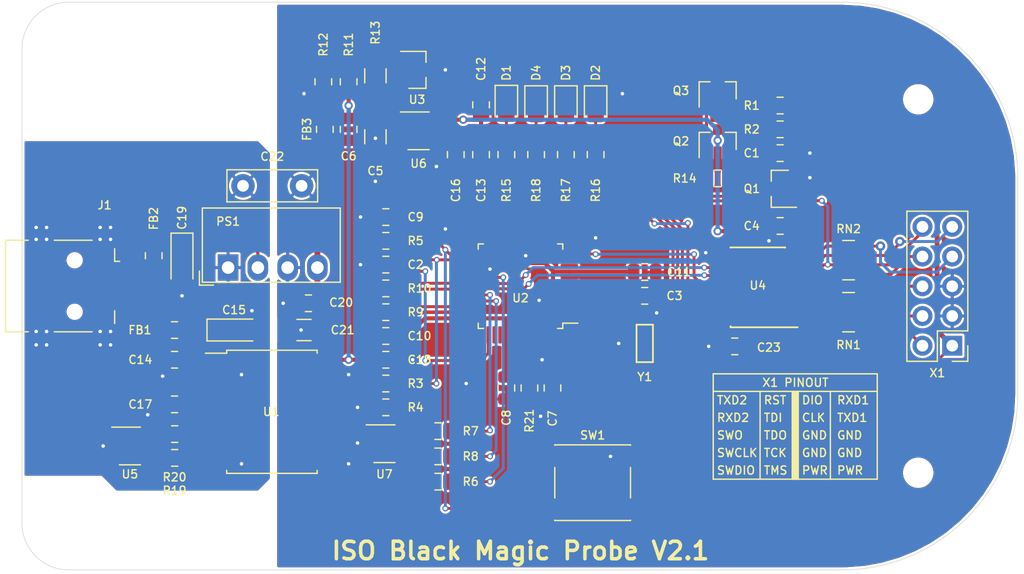
<source format=kicad_pcb>
(kicad_pcb (version 20171130) (host pcbnew "(5.1.6)-1")
  (layers (0 F.Cu signal) (31 B.Cu signal) (34 B.Paste user) (35 F.Paste user) (36 B.SilkS user) (37 F.SilkS user) (38 B.Mask user) (39 F.Mask user) (44 Edge.Cuts user))
  (net 0 "")
  (net 1 +5V)
  (net 2 "Net-(R13-Pad1)")
  (net 3 "Net-(J1-Pad3)")
  (net 4 "Net-(J1-Pad2)")
  (net 5 "Net-(C1-Pad2)")
  (net 6 GND)
  (net 7 /VBUS)
  (net 8 "Net-(C3-Pad1)")
  (net 9 +VSW)
  (net 10 "Net-(D1-Pad2)")
  (net 11 "Net-(D2-Pad2)")
  (net 12 "Net-(D3-Pad2)")
  (net 13 "Net-(D4-Pad2)")
  (net 14 /iRST.SEN)
  (net 15 /xRST)
  (net 16 /PWR.BR)
  (net 17 +3V3)
  (net 18 /TPWR)
  (net 19 "Net-(R5-Pad1)")
  (net 20 "Net-(R6-Pad2)")
  (net 21 /USB+)
  (net 22 "Net-(R7-Pad2)")
  (net 23 /USB-)
  (net 24 "Net-(R8-Pad2)")
  (net 25 "Net-(R9-Pad2)")
  (net 26 /iRXD)
  (net 27 "Net-(R10-Pad2)")
  (net 28 /iTXD)
  (net 29 "Net-(R11-Pad1)")
  (net 30 /LED0)
  (net 31 /LED1)
  (net 32 /LED2)
  (net 33 /TDO)
  (net 34 /TCK)
  (net 35 /TMS)
  (net 36 /xTDO)
  (net 37 /xTMS)
  (net 38 /xTCK)
  (net 39 /TXD)
  (net 40 /RXD)
  (net 41 /TDI)
  (net 42 /RST)
  (net 43 /xTXD)
  (net 44 /xRXD)
  (net 45 /xTDI)
  (net 46 "Net-(U1-Pad11)")
  (net 47 "Net-(U1-Pad10)")
  (net 48 "Net-(U2-Pad46)")
  (net 49 "Net-(U2-Pad45)")
  (net 50 "Net-(U2-Pad43)")
  (net 51 "Net-(U2-Pad39)")
  (net 52 "Net-(U2-Pad38)")
  (net 53 "Net-(U2-Pad28)")
  (net 54 "Net-(U2-Pad27)")
  (net 55 /iTDO)
  (net 56 /iTCK)
  (net 57 /iTMS)
  (net 58 /iTDI)
  (net 59 /iRST)
  (net 60 "Net-(U2-Pad11)")
  (net 61 "Net-(U2-Pad10)")
  (net 62 "Net-(U2-Pad6)")
  (net 63 "Net-(U2-Pad5)")
  (net 64 "Net-(U2-Pad4)")
  (net 65 "Net-(U2-Pad3)")
  (net 66 "Net-(U2-Pad2)")
  (net 67 "Net-(U4-Pad12)")
  (net 68 "Net-(U4-Pad9)")
  (net 69 "Net-(C16-Pad2)")
  (net 70 "Net-(C17-Pad2)")
  (net 71 "Net-(FB1-Pad1)")
  (net 72 "Net-(R19-Pad2)")
  (net 73 "Net-(R19-Pad1)")
  (net 74 "Net-(R20-Pad2)")
  (net 75 "Net-(R20-Pad1)")
  (net 76 "Net-(C14-Pad2)")
  (net 77 GND1)
  (net 78 "Net-(C19-Pad1)")
  (net 79 "Net-(C20-Pad2)")
  (net 80 "Net-(Q2-Pad2)")
  (net 81 "Net-(R21-Pad2)")
  (module Connector_USB:USB_Mini-B_Lumberg_2486_01_Horizontal (layer F.Cu) (at 112 100 270)
    (fp_text reference J1 (at -6.909 -2.554 180) (layer F.SilkS) (effects (font (size 0.7 0.7) (thickness 0.12))))
    (fp_text value USB_B_Mini)
    (pad "" np_thru_hole circle (at 2.2 0 270) (size 1 1) (drill 1) (layers *.Cu *.Mask))
    (pad "" np_thru_hole circle (at -2.2 0 270) (size 1 1) (drill 1) (layers *.Cu *.Mask))
    (pad 6 smd rect (at 4.45 2.85 270) (size 2 1.7) (layers F.Cu F.Paste F.Mask) (net 77 GND1))
    (pad 6 smd rect (at 4.45 -2.6 270) (size 2 1.7) (layers F.Cu F.Paste F.Mask) (net 77 GND1))
    (pad 6 smd rect (at -4.45 2.85 270) (size 2 1.7) (layers F.Cu F.Paste F.Mask) (net 77 GND1))
    (pad 6 smd rect (at -4.45 -2.6 270) (size 2 1.7) (layers F.Cu F.Paste F.Mask) (net 77 GND1))
    (pad 5 smd rect (at 1.6 -3.7 270) (size 0.5 2) (layers F.Cu F.Paste F.Mask) (net 77 GND1))
    (pad 4 smd rect (at 0.8 -3.7 270) (size 0.5 2) (layers F.Cu F.Paste F.Mask) (net 77 GND1))
    (pad 3 smd rect (at 0 -3.7 270) (size 0.5 2) (layers F.Cu F.Paste F.Mask) (net 3 "Net-(J1-Pad3)"))
    (pad 2 smd rect (at -0.8 -3.7 270) (size 0.5 2) (layers F.Cu F.Paste F.Mask) (net 4 "Net-(J1-Pad2)"))
    (pad 1 smd rect (at -1.6 -3.7 270) (size 0.5 2) (layers F.Cu F.Paste F.Mask) (net 71 "Net-(FB1-Pad1)"))
  )
  (module Capacitor_SMD:C_0805_2012Metric (layer F.Cu) (at 168.3385 105.156)
    (fp_text reference C23 (at 2.9115 0.094) (layer F.SilkS) (effects (font (size 0.7 0.7) (thickness 0.12))))
    (fp_text value 100n)
    (pad 2 smd roundrect (at 0.9375 0) (size 0.975 1.4) (layers F.Cu F.Paste F.Mask) (net 17 +3V3))
    (pad 1 smd roundrect (at -0.9375 0) (size 0.975 1.4) (layers F.Cu F.Paste F.Mask) (net 6 GND))
  )
  (module Capacitor_SMD:C_0805_2012Metric (layer F.Cu) (at 138.557 94.107)
    (fp_text reference C9 (at 2.54 0) (layer F.SilkS) (effects (font (size 0.7 0.7) (thickness 0.12))))
    (fp_text value 100n)
    (pad 2 smd roundrect (at 0.9375 0) (size 0.975 1.4) (layers F.Cu F.Paste F.Mask) (net 17 +3V3))
    (pad 1 smd roundrect (at -0.9375 0) (size 0.975 1.4) (layers F.Cu F.Paste F.Mask) (net 6 GND))
  )
  (module Capacitor_SMD:C_1206_3216Metric (layer F.Cu) (at 137.668 87.249 270)
    (fp_text reference C5 (at 2.921 0 180) (layer F.SilkS) (effects (font (size 0.7 0.7) (thickness 0.12))))
    (fp_text value 22u)
    (pad 2 smd roundrect (at 1.4 0 270) (size 1.25 1.75) (layers F.Cu F.Paste F.Mask) (roundrect_rratio 0.2) (net 6 GND))
    (pad 1 smd roundrect (at -1.4 0 270) (size 1.25 1.75) (layers F.Cu F.Paste F.Mask) (roundrect_rratio 0.2) (net 1 +5V))
  )
  (module Crystal:CSTCE8M00G52 (layer F.Cu) (at 160.655 104.902 90)
    (fp_text reference Y1 (at -2.8575 0 180) (layer F.SilkS) (effects (font (size 0.7 0.7) (thickness 0.12))))
    (fp_text value 8MHZ)
    (pad 3 smd rect (at 0 0 90) (size 0.4 2.2) (layers F.Cu F.Paste F.Mask) (net 6 GND))
    (pad 2 smd rect (at 1.2 0 90) (size 0.4 2.2) (layers F.Cu F.Paste F.Mask) (net 62 "Net-(U2-Pad6)"))
    (pad 1 smd rect (at -1.2 0 90) (size 0.4 2.2) (layers F.Cu F.Paste F.Mask) (net 63 "Net-(U2-Pad5)"))
  )
  (module Capacitor_Tantalum_SMD:CP_EIA-3216-18_Kemet-A (layer F.Cu) (at 121.158 97.79 270)
    (fp_text reference C19 (at -3.6195 0 90) (layer F.SilkS) (effects (font (size 0.7 0.7) (thickness 0.12))))
    (fp_text value 10u)
    (pad 2 smd roundrect (at 1.35 0 270) (size 1.4 1.35) (layers F.Cu F.Paste F.Mask) (roundrect_rratio 0.185185) (net 77 GND1))
    (pad 1 smd roundrect (at -1.35 0 270) (size 1.4 1.35) (layers F.Cu F.Paste F.Mask) (roundrect_rratio 0.185185) (net 78 "Net-(C19-Pad1)"))
  )
  (module Capacitor_Tantalum_SMD:CP_EIA-3216-10_Kemet-I (layer F.Cu) (at 125.603 103.759)
    (fp_text reference C15 (at 0 -1.7145) (layer F.SilkS) (effects (font (size 0.7 0.7) (thickness 0.12))))
    (fp_text value 10u)
    (pad 2 smd roundrect (at 1.35 0) (size 1.4 1.35) (layers F.Cu F.Paste F.Mask) (roundrect_rratio 0.185185) (net 77 GND1))
    (pad 1 smd roundrect (at -1.35 0) (size 1.4 1.35) (layers F.Cu F.Paste F.Mask) (roundrect_rratio 0.185185) (net 76 "Net-(C14-Pad2)"))
  )
  (module Capacitor_SMD:C_1206_3216Metric (layer F.Cu) (at 131.572 103.759)
    (fp_text reference C21 (at 3.302 0) (layer F.SilkS) (effects (font (size 0.7 0.7) (thickness 0.12))))
    (fp_text value 22u)
    (pad 2 smd roundrect (at 1.4 0) (size 1.25 1.75) (layers F.Cu F.Paste F.Mask) (roundrect_rratio 0.2) (net 79 "Net-(C20-Pad2)"))
    (pad 1 smd roundrect (at -1.4 0) (size 1.25 1.75) (layers F.Cu F.Paste F.Mask) (roundrect_rratio 0.2) (net 6 GND))
  )
  (module Resistor_SMD:R_0805_2012Metric (layer F.Cu) (at 150.8125 108.712 90)
    (fp_text reference R21 (at -2.794 0 90) (layer F.SilkS) (effects (font (size 0.7 0.7) (thickness 0.12))))
    (fp_text value 10K)
    (pad 2 smd roundrect (at 0.9375 0 90) (size 0.975 1.4) (layers F.Cu F.Paste F.Mask) (net 81 "Net-(R21-Pad2)"))
    (pad 1 smd roundrect (at -0.9375 0 90) (size 0.975 1.4) (layers F.Cu F.Paste F.Mask) (net 6 GND))
  )
  (module Package_TO_SOT_SMD:SOT-23 (layer F.Cu) (at 166.878 83.312 90)
    (fp_text reference Q3 (at 0 -3.133333 180) (layer F.SilkS) (effects (font (size 0.7 0.7) (thickness 0.12))))
    (fp_text value PJA3441)
    (pad 3 smd rect (at 1 0 90) (size 0.9 0.8) (layers F.Cu F.Paste F.Mask) (net 18 /TPWR))
    (pad 2 smd rect (at -1 0.95 90) (size 0.9 0.8) (layers F.Cu F.Paste F.Mask) (net 80 "Net-(Q2-Pad2)"))
    (pad 1 smd rect (at -1 -0.95 90) (size 0.9 0.8) (layers F.Cu F.Paste F.Mask) (net 16 /PWR.BR))
  )
  (module Package_TO_SOT_SMD:SOT-23 (layer F.Cu) (at 166.878 87.63 90)
    (fp_text reference Q2 (at 0 -3.133333 180) (layer F.SilkS) (effects (font (size 0.7 0.7) (thickness 0.12))))
    (fp_text value PJA3441)
    (pad 3 smd rect (at 1 0 90) (size 0.9 0.8) (layers F.Cu F.Paste F.Mask) (net 17 +3V3))
    (pad 2 smd rect (at -1 0.95 90) (size 0.9 0.8) (layers F.Cu F.Paste F.Mask) (net 80 "Net-(Q2-Pad2)"))
    (pad 1 smd rect (at -1 -0.95 90) (size 0.9 0.8) (layers F.Cu F.Paste F.Mask) (net 16 /PWR.BR))
  )
  (module Connector_PinHeader_2.54mm:PinHeader_2x05_P2.54mm_Vertical (layer F.Cu) (at 186.9 105.1 180)
    (fp_text reference X1 (at 1.27 -2.33) (layer F.SilkS) (effects (font (size 0.7 0.7) (thickness 0.12))))
    (fp_text value JTAG)
    (pad 10 thru_hole oval (at 2.54 10.16 180) (size 1.7 1.7) (drill 1) (layers *.Cu *.Mask) (net 42 /RST))
    (pad 9 thru_hole oval (at 0 10.16 180) (size 1.7 1.7) (drill 1) (layers *.Cu *.Mask) (net 40 /RXD))
    (pad 8 thru_hole oval (at 2.54 7.62 180) (size 1.7 1.7) (drill 1) (layers *.Cu *.Mask) (net 41 /TDI))
    (pad 7 thru_hole oval (at 0 7.62 180) (size 1.7 1.7) (drill 1) (layers *.Cu *.Mask) (net 39 /TXD))
    (pad 6 thru_hole oval (at 2.54 5.08 180) (size 1.7 1.7) (drill 1) (layers *.Cu *.Mask) (net 33 /TDO))
    (pad 5 thru_hole oval (at 0 5.08 180) (size 1.7 1.7) (drill 1) (layers *.Cu *.Mask) (net 6 GND))
    (pad 4 thru_hole oval (at 2.54 2.54 180) (size 1.7 1.7) (drill 1) (layers *.Cu *.Mask) (net 34 /TCK))
    (pad 3 thru_hole oval (at 0 2.54 180) (size 1.7 1.7) (drill 1) (layers *.Cu *.Mask) (net 6 GND))
    (pad 2 thru_hole oval (at 2.54 0 180) (size 1.7 1.7) (drill 1) (layers *.Cu *.Mask) (net 35 /TMS))
    (pad 1 thru_hole rect (at 0 0 180) (size 1.7 1.7) (drill 1) (layers *.Cu *.Mask) (net 18 /TPWR))
  )
  (module Package_TO_SOT_SMD:SOT-23-6 (layer F.Cu) (at 138.435 113.47)
    (fp_text reference U7 (at 0 2.608) (layer F.SilkS) (effects (font (size 0.7 0.7) (thickness 0.12))))
    (fp_text value USBLC6-2SC6)
    (pad 5 smd rect (at 1.1 0) (size 1.06 0.65) (layers F.Cu F.Paste F.Mask) (net 1 +5V))
    (pad 6 smd rect (at 1.1 -0.95) (size 1.06 0.65) (layers F.Cu F.Paste F.Mask) (net 23 /USB-))
    (pad 4 smd rect (at 1.1 0.95) (size 1.06 0.65) (layers F.Cu F.Paste F.Mask) (net 21 /USB+))
    (pad 3 smd rect (at -1.1 0.95) (size 1.06 0.65) (layers F.Cu F.Paste F.Mask) (net 47 "Net-(U1-Pad10)"))
    (pad 2 smd rect (at -1.1 0) (size 1.06 0.65) (layers F.Cu F.Paste F.Mask) (net 6 GND))
    (pad 1 smd rect (at -1.1 -0.95) (size 1.06 0.65) (layers F.Cu F.Paste F.Mask) (net 46 "Net-(U1-Pad11)"))
  )
  (module Package_TO_SOT_SMD:SOT-23-5 (layer F.Cu) (at 141.351 86.741)
    (fp_text reference U6 (at 0 2.794) (layer F.SilkS) (effects (font (size 0.7 0.7) (thickness 0.12))))
    (fp_text value LP2985-3.3)
    (pad 5 smd rect (at 1.1 -0.95) (size 1.06 0.65) (layers F.Cu F.Paste F.Mask) (net 17 +3V3))
    (pad 4 smd rect (at 1.1 0.95) (size 1.06 0.65) (layers F.Cu F.Paste F.Mask) (net 69 "Net-(C16-Pad2)"))
    (pad 3 smd rect (at -1.1 0.95) (size 1.06 0.65) (layers F.Cu F.Paste F.Mask) (net 1 +5V))
    (pad 2 smd rect (at -1.1 0) (size 1.06 0.65) (layers F.Cu F.Paste F.Mask) (net 6 GND))
    (pad 1 smd rect (at -1.1 -0.95) (size 1.06 0.65) (layers F.Cu F.Paste F.Mask) (net 1 +5V))
  )
  (module Package_TO_SOT_SMD:SOT-23-6 (layer F.Cu) (at 116.713 113.665)
    (fp_text reference U5 (at 0 2.413) (layer F.SilkS) (effects (font (size 0.7 0.7) (thickness 0.12))))
    (fp_text value USBLC6-2SC6)
    (pad 5 smd rect (at 1.1 0) (size 1.06 0.65) (layers F.Cu F.Paste F.Mask) (net 76 "Net-(C14-Pad2)"))
    (pad 6 smd rect (at 1.1 -0.95) (size 1.06 0.65) (layers F.Cu F.Paste F.Mask) (net 74 "Net-(R20-Pad2)"))
    (pad 4 smd rect (at 1.1 0.95) (size 1.06 0.65) (layers F.Cu F.Paste F.Mask) (net 72 "Net-(R19-Pad2)"))
    (pad 3 smd rect (at -1.1 0.95) (size 1.06 0.65) (layers F.Cu F.Paste F.Mask) (net 3 "Net-(J1-Pad3)"))
    (pad 2 smd rect (at -1.1 0) (size 1.06 0.65) (layers F.Cu F.Paste F.Mask) (net 77 GND1))
    (pad 1 smd rect (at -1.1 -0.95) (size 1.06 0.65) (layers F.Cu F.Paste F.Mask) (net 4 "Net-(J1-Pad2)"))
  )
  (module Package_TO_SOT_SMD:SOT-23 (layer F.Cu) (at 141.224 81.534)
    (fp_text reference U3 (at 0 2.54) (layer F.SilkS) (effects (font (size 0.7 0.7) (thickness 0.12))))
    (fp_text value TL431DBZ)
    (pad 3 smd rect (at 1 0) (size 0.9 0.8) (layers F.Cu F.Paste F.Mask) (net 6 GND))
    (pad 2 smd rect (at -1 0.95) (size 0.9 0.8) (layers F.Cu F.Paste F.Mask) (net 29 "Net-(R11-Pad1)"))
    (pad 1 smd rect (at -1 -0.95) (size 0.9 0.8) (layers F.Cu F.Paste F.Mask) (net 2 "Net-(R13-Pad1)"))
  )
  (module Package_SO:SOIC-16W_7.5x10.3mm_P1.27mm (layer F.Cu) (at 128.835 110.744)
    (fp_text reference U1 (at -0.057 0) (layer F.SilkS) (effects (font (size 0.7 0.7) (thickness 0.12))))
    (fp_text value ADUM3160)
    (pad 16 smd roundrect (at 4.65 -4.445) (size 2.05 0.6) (layers F.Cu F.Paste F.Mask) (net 1 +5V))
    (pad 15 smd roundrect (at 4.65 -3.175) (size 2.05 0.6) (layers F.Cu F.Paste F.Mask) (net 6 GND))
    (pad 14 smd roundrect (at 4.65 -1.905) (size 2.05 0.6) (layers F.Cu F.Paste F.Mask) (net 1 +5V))
    (pad 13 smd roundrect (at 4.65 -0.635) (size 2.05 0.6) (layers F.Cu F.Paste F.Mask) (net 1 +5V))
    (pad 12 smd roundrect (at 4.65 0.635) (size 2.05 0.6) (layers F.Cu F.Paste F.Mask) (net 1 +5V))
    (pad 11 smd roundrect (at 4.65 1.905) (size 2.05 0.6) (layers F.Cu F.Paste F.Mask) (net 46 "Net-(U1-Pad11)"))
    (pad 10 smd roundrect (at 4.65 3.175) (size 2.05 0.6) (layers F.Cu F.Paste F.Mask) (net 47 "Net-(U1-Pad10)"))
    (pad 9 smd roundrect (at 4.65 4.445) (size 2.05 0.6) (layers F.Cu F.Paste F.Mask) (net 6 GND))
    (pad 8 smd roundrect (at -4.65 4.445) (size 2.05 0.6) (layers F.Cu F.Paste F.Mask) (net 77 GND1))
    (pad 7 smd roundrect (at -4.65 3.175) (size 2.05 0.6) (layers F.Cu F.Paste F.Mask) (net 73 "Net-(R19-Pad1)"))
    (pad 6 smd roundrect (at -4.65 1.905) (size 2.05 0.6) (layers F.Cu F.Paste F.Mask) (net 75 "Net-(R20-Pad1)"))
    (pad 5 smd roundrect (at -4.65 0.635) (size 2.05 0.6) (layers F.Cu F.Paste F.Mask) (net 70 "Net-(C17-Pad2)"))
    (pad 4 smd roundrect (at -4.65 -0.635) (size 2.05 0.6) (layers F.Cu F.Paste F.Mask) (net 70 "Net-(C17-Pad2)"))
    (pad 3 smd roundrect (at -4.65 -1.905) (size 2.05 0.6) (layers F.Cu F.Paste F.Mask) (net 70 "Net-(C17-Pad2)"))
    (pad 2 smd roundrect (at -4.65 -3.175) (size 2.05 0.6) (layers F.Cu F.Paste F.Mask) (net 77 GND1))
    (pad 1 smd roundrect (at -4.65 -4.445) (size 2.05 0.6) (layers F.Cu F.Paste F.Mask) (net 76 "Net-(C14-Pad2)"))
  )
  (module Button_Switch_SMD:SW_SPST_PTS645 (layer F.Cu) (at 156.21 116.8)
    (fp_text reference SW1 (at 0 -4.05) (layer F.SilkS) (effects (font (size 0.7 0.7) (thickness 0.12))))
    (fp_text value TACT)
    (pad 2 smd rect (at 3.98 2.25) (size 1.55 1.3) (layers F.Cu F.Paste F.Mask) (net 19 "Net-(R5-Pad1)"))
    (pad 1 smd rect (at 3.98 -2.25) (size 1.55 1.3) (layers F.Cu F.Paste F.Mask) (net 6 GND))
    (pad 1 smd rect (at -3.98 -2.25) (size 1.55 1.3) (layers F.Cu F.Paste F.Mask) (net 6 GND))
    (pad 2 smd rect (at -3.98 2.25) (size 1.55 1.3) (layers F.Cu F.Paste F.Mask) (net 19 "Net-(R5-Pad1)"))
  )
  (module Resistor_SMD:R_Array_Convex_4x0603 (layer F.Cu) (at 178.054 97.79 180)
    (fp_text reference RN2 (at 0 2.667) (layer F.SilkS) (effects (font (size 0.7 0.7) (thickness 0.12))))
    (fp_text value 100E)
    (pad 5 smd rect (at 0.9 1.2 180) (size 0.8 0.5) (layers F.Cu F.Paste F.Mask) (net 43 /xTXD))
    (pad 6 smd rect (at 0.9 0.4 180) (size 0.8 0.4) (layers F.Cu F.Paste F.Mask) (net 44 /xRXD))
    (pad 8 smd rect (at 0.9 -1.2 180) (size 0.8 0.5) (layers F.Cu F.Paste F.Mask) (net 45 /xTDI))
    (pad 7 smd rect (at 0.9 -0.4 180) (size 0.8 0.4) (layers F.Cu F.Paste F.Mask) (net 15 /xRST))
    (pad 4 smd rect (at -0.9 1.2 180) (size 0.8 0.5) (layers F.Cu F.Paste F.Mask) (net 39 /TXD))
    (pad 2 smd rect (at -0.9 -0.4 180) (size 0.8 0.4) (layers F.Cu F.Paste F.Mask) (net 42 /RST))
    (pad 3 smd rect (at -0.9 0.4 180) (size 0.8 0.4) (layers F.Cu F.Paste F.Mask) (net 40 /RXD))
    (pad 1 smd rect (at -0.9 -1.2 180) (size 0.8 0.5) (layers F.Cu F.Paste F.Mask) (net 41 /TDI))
  )
  (module Resistor_SMD:R_Array_Convex_4x0603 (layer F.Cu) (at 178.054 102.235 180)
    (fp_text reference RN1 (at 0 -2.8) (layer F.SilkS) (effects (font (size 0.7 0.7) (thickness 0.12))))
    (fp_text value 100E)
    (pad 5 smd rect (at 0.9 1.2 180) (size 0.8 0.5) (layers F.Cu F.Paste F.Mask) (net 36 /xTDO))
    (pad 6 smd rect (at 0.9 0.4 180) (size 0.8 0.4) (layers F.Cu F.Paste F.Mask) (net 38 /xTCK))
    (pad 8 smd rect (at 0.9 -1.2 180) (size 0.8 0.5) (layers F.Cu F.Paste F.Mask) (net 9 +VSW))
    (pad 7 smd rect (at 0.9 -0.4 180) (size 0.8 0.4) (layers F.Cu F.Paste F.Mask) (net 37 /xTMS))
    (pad 4 smd rect (at -0.9 1.2 180) (size 0.8 0.5) (layers F.Cu F.Paste F.Mask) (net 33 /TDO))
    (pad 2 smd rect (at -0.9 -0.4 180) (size 0.8 0.4) (layers F.Cu F.Paste F.Mask) (net 35 /TMS))
    (pad 3 smd rect (at -0.9 0.4 180) (size 0.8 0.4) (layers F.Cu F.Paste F.Mask) (net 34 /TCK))
    (pad 1 smd rect (at -0.9 -1.2 180) (size 0.8 0.5) (layers F.Cu F.Paste F.Mask) (net 18 /TPWR))
  )
  (module Resistor_SMD:R_0805_2012Metric (layer F.Cu) (at 120.535 112.649 180)
    (fp_text reference R20 (at 0.012 -3.683) (layer F.SilkS) (effects (font (size 0.7 0.7) (thickness 0.12))))
    (fp_text value 22E)
    (pad 2 smd roundrect (at 0.9375 0 180) (size 0.975 1.4) (layers F.Cu F.Paste F.Mask) (net 74 "Net-(R20-Pad2)"))
    (pad 1 smd roundrect (at -0.9375 0 180) (size 0.975 1.4) (layers F.Cu F.Paste F.Mask) (net 75 "Net-(R20-Pad1)"))
  )
  (module Resistor_SMD:R_0805_2012Metric (layer F.Cu) (at 120.535 114.681 180)
    (fp_text reference R19 (at 0.012 -2.794) (layer F.SilkS) (effects (font (size 0.7 0.7) (thickness 0.12))))
    (fp_text value 22E)
    (pad 2 smd roundrect (at 0.9375 0 180) (size 0.975 1.4) (layers F.Cu F.Paste F.Mask) (net 72 "Net-(R19-Pad2)"))
    (pad 1 smd roundrect (at -0.9375 0 180) (size 0.975 1.4) (layers F.Cu F.Paste F.Mask) (net 73 "Net-(R19-Pad1)"))
  )
  (module Resistor_SMD:R_0805_2012Metric (layer F.Cu) (at 151.384 88.773 270)
    (fp_text reference R18 (at 3.048 0 90) (layer F.SilkS) (effects (font (size 0.7 0.7) (thickness 0.12))))
    (fp_text value 300E)
    (pad 2 smd roundrect (at 0.9375 0 270) (size 0.975 1.4) (layers F.Cu F.Paste F.Mask) (net 32 /LED2))
    (pad 1 smd roundrect (at -0.9375 0 270) (size 0.975 1.4) (layers F.Cu F.Paste F.Mask) (net 13 "Net-(D4-Pad2)"))
  )
  (module Resistor_SMD:R_0805_2012Metric (layer F.Cu) (at 153.924 88.773 270)
    (fp_text reference R17 (at 3.048 0 90) (layer F.SilkS) (effects (font (size 0.7 0.7) (thickness 0.12))))
    (fp_text value 300E)
    (pad 2 smd roundrect (at 0.9375 0 270) (size 0.975 1.4) (layers F.Cu F.Paste F.Mask) (net 31 /LED1))
    (pad 1 smd roundrect (at -0.9375 0 270) (size 0.975 1.4) (layers F.Cu F.Paste F.Mask) (net 12 "Net-(D3-Pad2)"))
  )
  (module Resistor_SMD:R_0805_2012Metric (layer F.Cu) (at 156.464 88.773 270)
    (fp_text reference R16 (at 3.048 0 90) (layer F.SilkS) (effects (font (size 0.7 0.7) (thickness 0.12))))
    (fp_text value 300E)
    (pad 2 smd roundrect (at 0.9375 0 270) (size 0.975 1.4) (layers F.Cu F.Paste F.Mask) (net 30 /LED0))
    (pad 1 smd roundrect (at -0.9375 0 270) (size 0.975 1.4) (layers F.Cu F.Paste F.Mask) (net 11 "Net-(D2-Pad2)"))
  )
  (module Resistor_SMD:R_0805_2012Metric (layer F.Cu) (at 148.844 88.773 270)
    (fp_text reference R15 (at 3.048 0 90) (layer F.SilkS) (effects (font (size 0.7 0.7) (thickness 0.12))))
    (fp_text value 300E)
    (pad 2 smd roundrect (at 0.9375 0 270) (size 0.975 1.4) (layers F.Cu F.Paste F.Mask) (net 17 +3V3))
    (pad 1 smd roundrect (at -0.9375 0 270) (size 0.975 1.4) (layers F.Cu F.Paste F.Mask) (net 10 "Net-(D1-Pad2)"))
  )
  (module Resistor_SMD:R_0805_2012Metric (layer F.Cu) (at 166.878 90.805 180)
    (fp_text reference R14 (at 2.816667 0) (layer F.SilkS) (effects (font (size 0.7 0.7) (thickness 0.12))))
    (fp_text value 10K)
    (pad 2 smd roundrect (at 0.9375 0 180) (size 0.975 1.4) (layers F.Cu F.Paste F.Mask) (net 16 /PWR.BR))
    (pad 1 smd roundrect (at -0.9375 0 180) (size 0.975 1.4) (layers F.Cu F.Paste F.Mask) (net 80 "Net-(Q2-Pad2)"))
  )
  (module Resistor_SMD:R_1206_3216Metric (layer F.Cu) (at 137.668 82.042 270)
    (fp_text reference R13 (at -3.683 0 90) (layer F.SilkS) (effects (font (size 0.7 0.7) (thickness 0.12))))
    (fp_text value 75E)
    (pad 2 smd roundrect (at 1.4 0 270) (size 1.25 1.75) (layers F.Cu F.Paste F.Mask) (roundrect_rratio 0.2) (net 1 +5V))
    (pad 1 smd roundrect (at -1.4 0 270) (size 1.25 1.75) (layers F.Cu F.Paste F.Mask) (roundrect_rratio 0.2) (net 2 "Net-(R13-Pad1)"))
  )
  (module Resistor_SMD:R_0805_2012Metric (layer F.Cu) (at 133.223 82.55 90)
    (fp_text reference R12 (at 3.175 0 90) (layer F.SilkS) (effects (font (size 0.7 0.7) (thickness 0.12))))
    (fp_text value 20K)
    (pad 2 smd roundrect (at 0.9375 0 90) (size 0.975 1.4) (layers F.Cu F.Paste F.Mask) (net 29 "Net-(R11-Pad1)"))
    (pad 1 smd roundrect (at -0.9375 0 90) (size 0.975 1.4) (layers F.Cu F.Paste F.Mask) (net 6 GND))
  )
  (module Resistor_SMD:R_0805_2012Metric (layer F.Cu) (at 135.382 82.55 270)
    (fp_text reference R11 (at -3.175 0 90) (layer F.SilkS) (effects (font (size 0.7 0.7) (thickness 0.12))))
    (fp_text value 22K)
    (pad 2 smd roundrect (at 0.9375 0 270) (size 0.975 1.4) (layers F.Cu F.Paste F.Mask) (net 1 +5V))
    (pad 1 smd roundrect (at -0.9375 0 270) (size 0.975 1.4) (layers F.Cu F.Paste F.Mask) (net 29 "Net-(R11-Pad1)"))
  )
  (module Resistor_SMD:R_0805_2012Metric (layer F.Cu) (at 138.557 100.203 180)
    (fp_text reference R10 (at -2.873333 0) (layer F.SilkS) (effects (font (size 0.7 0.7) (thickness 0.12))))
    (fp_text value 0E)
    (pad 2 smd roundrect (at 0.9375 0 180) (size 0.975 1.4) (layers F.Cu F.Paste F.Mask) (net 27 "Net-(R10-Pad2)"))
    (pad 1 smd roundrect (at -0.9375 0 180) (size 0.975 1.4) (layers F.Cu F.Paste F.Mask) (net 28 /iTXD))
  )
  (module Resistor_SMD:R_0805_2012Metric (layer F.Cu) (at 138.557 102.235)
    (fp_text reference R9 (at 2.54 0) (layer F.SilkS) (effects (font (size 0.7 0.7) (thickness 0.12))))
    (fp_text value 0E)
    (pad 2 smd roundrect (at 0.9375 0) (size 0.975 1.4) (layers F.Cu F.Paste F.Mask) (net 25 "Net-(R9-Pad2)"))
    (pad 1 smd roundrect (at -0.9375 0) (size 0.975 1.4) (layers F.Cu F.Paste F.Mask) (net 26 /iRXD))
  )
  (module Resistor_SMD:R_0805_2012Metric (layer F.Cu) (at 143.002 114.554)
    (fp_text reference R8 (at 2.794 0) (layer F.SilkS) (effects (font (size 0.7 0.7) (thickness 0.12))))
    (fp_text value 22E)
    (pad 2 smd roundrect (at 0.9375 0) (size 0.975 1.4) (layers F.Cu F.Paste F.Mask) (net 24 "Net-(R8-Pad2)"))
    (pad 1 smd roundrect (at -0.9375 0) (size 0.975 1.4) (layers F.Cu F.Paste F.Mask) (net 21 /USB+))
  )
  (module Resistor_SMD:R_0805_2012Metric (layer F.Cu) (at 143.002 112.395)
    (fp_text reference R7 (at 2.794 0) (layer F.SilkS) (effects (font (size 0.7 0.7) (thickness 0.12))))
    (fp_text value 22E)
    (pad 2 smd roundrect (at 0.9375 0) (size 0.975 1.4) (layers F.Cu F.Paste F.Mask) (net 22 "Net-(R7-Pad2)"))
    (pad 1 smd roundrect (at -0.9375 0) (size 0.975 1.4) (layers F.Cu F.Paste F.Mask) (net 23 /USB-))
  )
  (module Resistor_SMD:R_0805_2012Metric (layer F.Cu) (at 143.002 116.713)
    (fp_text reference R6 (at 2.794 0) (layer F.SilkS) (effects (font (size 0.7 0.7) (thickness 0.12))))
    (fp_text value 1.5K)
    (pad 2 smd roundrect (at 0.9375 0) (size 0.975 1.4) (layers F.Cu F.Paste F.Mask) (net 20 "Net-(R6-Pad2)"))
    (pad 1 smd roundrect (at -0.9375 0) (size 0.975 1.4) (layers F.Cu F.Paste F.Mask) (net 21 /USB+))
  )
  (module Resistor_SMD:R_0805_2012Metric (layer F.Cu) (at 138.557 96.139 180)
    (fp_text reference R5 (at -2.54 0) (layer F.SilkS) (effects (font (size 0.7 0.7) (thickness 0.12))))
    (fp_text value 10K)
    (pad 2 smd roundrect (at 0.9375 0 180) (size 0.975 1.4) (layers F.Cu F.Paste F.Mask) (net 17 +3V3))
    (pad 1 smd roundrect (at -0.9375 0 180) (size 0.975 1.4) (layers F.Cu F.Paste F.Mask) (net 19 "Net-(R5-Pad1)"))
  )
  (module Resistor_SMD:R_0805_2012Metric (layer F.Cu) (at 138.557 110.363)
    (fp_text reference R4 (at 2.54 0) (layer F.SilkS) (effects (font (size 0.7 0.7) (thickness 0.12))))
    (fp_text value 10K)
    (pad 2 smd roundrect (at 0.9375 0) (size 0.975 1.4) (layers F.Cu F.Paste F.Mask) (net 7 /VBUS))
    (pad 1 smd roundrect (at -0.9375 0) (size 0.975 1.4) (layers F.Cu F.Paste F.Mask) (net 6 GND))
  )
  (module Resistor_SMD:R_0805_2012Metric (layer F.Cu) (at 138.557 108.331 180)
    (fp_text reference R3 (at -2.54 0) (layer F.SilkS) (effects (font (size 0.7 0.7) (thickness 0.12))))
    (fp_text value 4.7K)
    (pad 2 smd roundrect (at 0.9375 0 180) (size 0.975 1.4) (layers F.Cu F.Paste F.Mask) (net 1 +5V))
    (pad 1 smd roundrect (at -0.9375 0 180) (size 0.975 1.4) (layers F.Cu F.Paste F.Mask) (net 7 /VBUS))
  )
  (module Resistor_SMD:R_0805_2012Metric (layer F.Cu) (at 172.212 86.614 180)
    (fp_text reference R2 (at 2.429667 0) (layer F.SilkS) (effects (font (size 0.7 0.7) (thickness 0.12))))
    (fp_text value 10K)
    (pad 2 smd roundrect (at 0.9375 0 180) (size 0.975 1.4) (layers F.Cu F.Paste F.Mask) (net 5 "Net-(C1-Pad2)"))
    (pad 1 smd roundrect (at -0.9375 0 180) (size 0.975 1.4) (layers F.Cu F.Paste F.Mask) (net 6 GND))
  )
  (module Resistor_SMD:R_0805_2012Metric (layer F.Cu) (at 172.212 84.582)
    (fp_text reference R1 (at -2.429667 0) (layer F.SilkS) (effects (font (size 0.7 0.7) (thickness 0.12))))
    (fp_text value 4.7K)
    (pad 2 smd roundrect (at 0.9375 0) (size 0.975 1.4) (layers F.Cu F.Paste F.Mask) (net 18 /TPWR))
    (pad 1 smd roundrect (at -0.9375 0) (size 0.975 1.4) (layers F.Cu F.Paste F.Mask) (net 5 "Net-(C1-Pad2)"))
  )
  (module Package_TO_SOT_SMD:SOT-23 (layer F.Cu) (at 172.212 91.694 180)
    (fp_text reference Q1 (at 2.413 0) (layer F.SilkS) (effects (font (size 0.7 0.7) (thickness 0.12))))
    (fp_text value BSS138)
    (pad 3 smd rect (at 1 0 180) (size 0.9 0.8) (layers F.Cu F.Paste F.Mask) (net 14 /iRST.SEN))
    (pad 2 smd rect (at -1 0.95 180) (size 0.9 0.8) (layers F.Cu F.Paste F.Mask) (net 6 GND))
    (pad 1 smd rect (at -1 -0.95 180) (size 0.9 0.8) (layers F.Cu F.Paste F.Mask) (net 15 /xRST))
  )
  (module LED_SMD:LED_0805_2012Metric (layer F.Cu) (at 151.384 84.582 270)
    (fp_text reference D4 (at -2.794 0 90) (layer F.SilkS) (effects (font (size 0.7 0.7) (thickness 0.12))))
    (fp_text value LED)
    (pad 2 smd roundrect (at 0.9375 0 270) (size 0.975 1.4) (layers F.Cu F.Paste F.Mask) (net 13 "Net-(D4-Pad2)"))
    (pad 1 smd roundrect (at -0.9375 0 270) (size 0.975 1.4) (layers F.Cu F.Paste F.Mask) (net 6 GND))
  )
  (module LED_SMD:LED_0805_2012Metric (layer F.Cu) (at 153.924 84.582 270)
    (fp_text reference D3 (at -2.794 0 90) (layer F.SilkS) (effects (font (size 0.7 0.7) (thickness 0.12))))
    (fp_text value LED)
    (pad 2 smd roundrect (at 0.9375 0 270) (size 0.975 1.4) (layers F.Cu F.Paste F.Mask) (net 12 "Net-(D3-Pad2)"))
    (pad 1 smd roundrect (at -0.9375 0 270) (size 0.975 1.4) (layers F.Cu F.Paste F.Mask) (net 6 GND))
  )
  (module LED_SMD:LED_0805_2012Metric (layer F.Cu) (at 156.464 84.582 270)
    (fp_text reference D2 (at -2.794 0 90) (layer F.SilkS) (effects (font (size 0.7 0.7) (thickness 0.12))))
    (fp_text value LED)
    (pad 2 smd roundrect (at 0.9375 0 270) (size 0.975 1.4) (layers F.Cu F.Paste F.Mask) (net 11 "Net-(D2-Pad2)"))
    (pad 1 smd roundrect (at -0.9375 0 270) (size 0.975 1.4) (layers F.Cu F.Paste F.Mask) (net 6 GND))
  )
  (module LED_SMD:LED_0805_2012Metric (layer F.Cu) (at 148.844 84.5435 270)
    (fp_text reference D1 (at -2.7555 0 90) (layer F.SilkS) (effects (font (size 0.7 0.7) (thickness 0.12))))
    (fp_text value LED)
    (pad 2 smd roundrect (at 0.9375 0 270) (size 0.975 1.4) (layers F.Cu F.Paste F.Mask) (net 10 "Net-(D1-Pad2)"))
    (pad 1 smd roundrect (at -0.9375 0 270) (size 0.975 1.4) (layers F.Cu F.Paste F.Mask) (net 6 GND))
  )
  (module Capacitor_SMD:C_0805_2012Metric (layer F.Cu) (at 138.557 106.299 180)
    (fp_text reference C18 (at -2.873333 0) (layer F.SilkS) (effects (font (size 0.7 0.7) (thickness 0.12))))
    (fp_text value 100n)
    (pad 2 smd roundrect (at 0.9375 0 180) (size 0.975 1.4) (layers F.Cu F.Paste F.Mask) (net 1 +5V))
    (pad 1 smd roundrect (at -0.9375 0 180) (size 0.975 1.4) (layers F.Cu F.Paste F.Mask) (net 6 GND))
  )
  (module Capacitor_SMD:C_0805_2012Metric (layer F.Cu) (at 120.523 110.109)
    (fp_text reference C17 (at -2.921 0) (layer F.SilkS) (effects (font (size 0.7 0.7) (thickness 0.12))))
    (fp_text value 100n)
    (pad 2 smd roundrect (at 0.9375 0) (size 0.975 1.4) (layers F.Cu F.Paste F.Mask) (net 70 "Net-(C17-Pad2)"))
    (pad 1 smd roundrect (at -0.9375 0) (size 0.975 1.4) (layers F.Cu F.Paste F.Mask) (net 77 GND1))
  )
  (module Capacitor_SMD:C_0805_2012Metric (layer F.Cu) (at 144.526 88.773 90)
    (fp_text reference C16 (at -3.048 0 90) (layer F.SilkS) (effects (font (size 0.7 0.7) (thickness 0.12))))
    (fp_text value 10n)
    (pad 2 smd roundrect (at 0.9375 0 90) (size 0.975 1.4) (layers F.Cu F.Paste F.Mask) (net 69 "Net-(C16-Pad2)"))
    (pad 1 smd roundrect (at -0.9375 0 90) (size 0.975 1.4) (layers F.Cu F.Paste F.Mask) (net 6 GND))
  )
  (module Capacitor_SMD:C_0805_2012Metric (layer F.Cu) (at 120.523 106.299)
    (fp_text reference C14 (at -2.921 0) (layer F.SilkS) (effects (font (size 0.7 0.7) (thickness 0.12))))
    (fp_text value 100n)
    (pad 2 smd roundrect (at 0.9375 0) (size 0.975 1.4) (layers F.Cu F.Paste F.Mask) (net 76 "Net-(C14-Pad2)"))
    (pad 1 smd roundrect (at -0.9375 0) (size 0.975 1.4) (layers F.Cu F.Paste F.Mask) (net 77 GND1))
  )
  (module Capacitor_SMD:C_0805_2012Metric (layer F.Cu) (at 146.685 88.773 90)
    (fp_text reference C13 (at -3.048 0 90) (layer F.SilkS) (effects (font (size 0.7 0.7) (thickness 0.12))))
    (fp_text value 4.7u)
    (pad 2 smd roundrect (at 0.9375 0 90) (size 0.975 1.4) (layers F.Cu F.Paste F.Mask) (net 17 +3V3))
    (pad 1 smd roundrect (at -0.9375 0 90) (size 0.975 1.4) (layers F.Cu F.Paste F.Mask) (net 6 GND))
  )
  (module Capacitor_SMD:C_0805_2012Metric (layer F.Cu) (at 146.685 84.5185 270)
    (fp_text reference C12 (at -3.063833 0 90) (layer F.SilkS) (effects (font (size 0.7 0.7) (thickness 0.12))))
    (fp_text value 1u)
    (pad 2 smd roundrect (at 0.9375 0 270) (size 0.975 1.4) (layers F.Cu F.Paste F.Mask) (net 17 +3V3))
    (pad 1 smd roundrect (at -0.9375 0 270) (size 0.975 1.4) (layers F.Cu F.Paste F.Mask) (net 6 GND))
  )
  (module Capacitor_SMD:C_0805_2012Metric (layer F.Cu) (at 160.655 98.806 180)
    (fp_text reference C11 (at -2.921 0) (layer F.SilkS) (effects (font (size 0.7 0.7) (thickness 0.12))))
    (fp_text value 100n)
    (pad 2 smd roundrect (at 0.9375 0 180) (size 0.975 1.4) (layers F.Cu F.Paste F.Mask) (net 17 +3V3))
    (pad 1 smd roundrect (at -0.9375 0 180) (size 0.975 1.4) (layers F.Cu F.Paste F.Mask) (net 6 GND))
  )
  (module Capacitor_SMD:C_0805_2012Metric (layer F.Cu) (at 138.557 104.267)
    (fp_text reference C10 (at 2.873333 0) (layer F.SilkS) (effects (font (size 0.7 0.7) (thickness 0.12))))
    (fp_text value 100n)
    (pad 2 smd roundrect (at 0.9375 0) (size 0.975 1.4) (layers F.Cu F.Paste F.Mask) (net 17 +3V3))
    (pad 1 smd roundrect (at -0.9375 0) (size 0.975 1.4) (layers F.Cu F.Paste F.Mask) (net 6 GND))
  )
  (module Capacitor_SMD:C_0805_2012Metric (layer F.Cu) (at 148.844 108.712 90)
    (fp_text reference C8 (at -2.54 0 90) (layer F.SilkS) (effects (font (size 0.7 0.7) (thickness 0.12))))
    (fp_text value 100n)
    (pad 2 smd roundrect (at 0.9375 0 90) (size 0.975 1.4) (layers F.Cu F.Paste F.Mask) (net 17 +3V3))
    (pad 1 smd roundrect (at -0.9375 0 90) (size 0.975 1.4) (layers F.Cu F.Paste F.Mask) (net 6 GND))
  )
  (module Capacitor_SMD:C_0805_2012Metric (layer F.Cu) (at 152.781 108.712 90)
    (fp_text reference C7 (at -2.6035 0 90) (layer F.SilkS) (effects (font (size 0.7 0.7) (thickness 0.12))))
    (fp_text value 100n)
    (pad 2 smd roundrect (at 0.9375 0 90) (size 0.975 1.4) (layers F.Cu F.Paste F.Mask) (net 17 +3V3))
    (pad 1 smd roundrect (at -0.9375 0 90) (size 0.975 1.4) (layers F.Cu F.Paste F.Mask) (net 6 GND))
  )
  (module Capacitor_SMD:C_0805_2012Metric (layer F.Cu) (at 135.382 86.614 90)
    (fp_text reference C6 (at -2.286 0 180) (layer F.SilkS) (effects (font (size 0.7 0.7) (thickness 0.12))))
    (fp_text value 100n)
    (pad 2 smd roundrect (at 0.9375 0 90) (size 0.975 1.4) (layers F.Cu F.Paste F.Mask) (net 1 +5V))
    (pad 1 smd roundrect (at -0.9375 0 90) (size 0.975 1.4) (layers F.Cu F.Paste F.Mask) (net 6 GND))
  )
  (module Capacitor_SMD:C_0805_2012Metric (layer F.Cu) (at 172.212 94.869 180)
    (fp_text reference C4 (at 2.429667 0) (layer F.SilkS) (effects (font (size 0.7 0.7) (thickness 0.12))))
    (fp_text value 100n)
    (pad 2 smd roundrect (at 0.9375 0 180) (size 0.975 1.4) (layers F.Cu F.Paste F.Mask) (net 6 GND))
    (pad 1 smd roundrect (at -0.9375 0 180) (size 0.975 1.4) (layers F.Cu F.Paste F.Mask) (net 9 +VSW))
  )
  (module Capacitor_SMD:C_0805_2012Metric (layer F.Cu) (at 160.655 100.838)
    (fp_text reference C3 (at 2.54 0) (layer F.SilkS) (effects (font (size 0.7 0.7) (thickness 0.12))))
    (fp_text value 100n)
    (pad 2 smd roundrect (at 0.9375 0) (size 0.975 1.4) (layers F.Cu F.Paste F.Mask) (net 6 GND))
    (pad 1 smd roundrect (at -0.9375 0) (size 0.975 1.4) (layers F.Cu F.Paste F.Mask) (net 8 "Net-(C3-Pad1)"))
  )
  (module Capacitor_SMD:C_0805_2012Metric (layer F.Cu) (at 138.557 98.171)
    (fp_text reference C2 (at 2.54 0) (layer F.SilkS) (effects (font (size 0.7 0.7) (thickness 0.12))))
    (fp_text value 100n)
    (pad 2 smd roundrect (at 0.9375 0) (size 0.975 1.4) (layers F.Cu F.Paste F.Mask) (net 7 /VBUS))
    (pad 1 smd roundrect (at -0.9375 0) (size 0.975 1.4) (layers F.Cu F.Paste F.Mask) (net 6 GND))
  )
  (module Capacitor_SMD:C_0805_2012Metric (layer F.Cu) (at 172.212 88.646 180)
    (fp_text reference C1 (at 2.429667 0) (layer F.SilkS) (effects (font (size 0.7 0.7) (thickness 0.12))))
    (fp_text value 100n)
    (pad 2 smd roundrect (at 0.9375 0 180) (size 0.975 1.4) (layers F.Cu F.Paste F.Mask) (net 5 "Net-(C1-Pad2)"))
    (pad 1 smd roundrect (at -0.9375 0 180) (size 0.975 1.4) (layers F.Cu F.Paste F.Mask) (net 6 GND))
  )
  (module Package_SO:SSOP-20_4.4x6.5mm_P0.65mm (layer F.Cu) (at 170.307 100.076 180)
    (fp_text reference U4 (at 0 0.127) (layer F.SilkS) (effects (font (size 0.7 0.7) (thickness 0.12))))
    (fp_text value TXS0108EPW)
    (pad 20 smd rect (at 2.9 -2.925 180) (size 1 0.4) (layers F.Cu F.Paste F.Mask) (net 57 /iTMS))
    (pad 19 smd rect (at 2.9 -2.275 180) (size 1 0.4) (layers F.Cu F.Paste F.Mask) (net 17 +3V3))
    (pad 18 smd rect (at 2.9 -1.625 180) (size 1 0.4) (layers F.Cu F.Paste F.Mask) (net 56 /iTCK))
    (pad 17 smd rect (at 2.9 -0.975 180) (size 1 0.4) (layers F.Cu F.Paste F.Mask) (net 55 /iTDO))
    (pad 16 smd rect (at 2.9 -0.325 180) (size 1 0.4) (layers F.Cu F.Paste F.Mask) (net 58 /iTDI))
    (pad 15 smd rect (at 2.9 0.325 180) (size 1 0.4) (layers F.Cu F.Paste F.Mask) (net 59 /iRST))
    (pad 14 smd rect (at 2.9 0.975 180) (size 1 0.4) (layers F.Cu F.Paste F.Mask) (net 26 /iRXD))
    (pad 13 smd rect (at 2.9 1.625 180) (size 1 0.4) (layers F.Cu F.Paste F.Mask) (net 28 /iTXD))
    (pad 12 smd rect (at 2.9 2.275 180) (size 1 0.4) (layers F.Cu F.Paste F.Mask) (net 67 "Net-(U4-Pad12)"))
    (pad 11 smd rect (at 2.9 2.925 180) (size 1 0.4) (layers F.Cu F.Paste F.Mask) (net 6 GND))
    (pad 10 smd rect (at -2.9 2.925 180) (size 1 0.4) (layers F.Cu F.Paste F.Mask) (net 9 +VSW))
    (pad 9 smd rect (at -2.9 2.275 180) (size 1 0.4) (layers F.Cu F.Paste F.Mask) (net 68 "Net-(U4-Pad9)"))
    (pad 8 smd rect (at -2.9 1.625 180) (size 1 0.4) (layers F.Cu F.Paste F.Mask) (net 43 /xTXD))
    (pad 7 smd rect (at -2.9 0.975 180) (size 1 0.4) (layers F.Cu F.Paste F.Mask) (net 44 /xRXD))
    (pad 6 smd rect (at -2.9 0.325 180) (size 1 0.4) (layers F.Cu F.Paste F.Mask) (net 15 /xRST))
    (pad 5 smd rect (at -2.9 -0.325 180) (size 1 0.4) (layers F.Cu F.Paste F.Mask) (net 45 /xTDI))
    (pad 4 smd rect (at -2.9 -0.975 180) (size 1 0.4) (layers F.Cu F.Paste F.Mask) (net 36 /xTDO))
    (pad 3 smd rect (at -2.9 -1.625 180) (size 1 0.4) (layers F.Cu F.Paste F.Mask) (net 38 /xTCK))
    (pad 2 smd rect (at -2.9 -2.275 180) (size 1 0.4) (layers F.Cu F.Paste F.Mask) (net 9 +VSW))
    (pad 1 smd rect (at -2.9 -2.925 180) (size 1 0.4) (layers F.Cu F.Paste F.Mask) (net 37 /xTMS))
  )
  (module Package_QFP:LQFP-48_7x7mm_P0.5mm (layer F.Cu) (at 150.0505 100.0125 180)
    (fp_text reference U2 (at 0 -1.016) (layer F.SilkS) (effects (font (size 0.7 0.7) (thickness 0.12))))
    (fp_text value STM32F103C8Tx)
    (pad 48 smd roundrect (at -2.75 -4.1625 180) (size 0.3 1.475) (layers F.Cu F.Paste F.Mask) (net 17 +3V3))
    (pad 47 smd roundrect (at -2.25 -4.1625 180) (size 0.3 1.475) (layers F.Cu F.Paste F.Mask) (net 6 GND))
    (pad 46 smd roundrect (at -1.75 -4.1625 180) (size 0.3 1.475) (layers F.Cu F.Paste F.Mask) (net 48 "Net-(U2-Pad46)"))
    (pad 45 smd roundrect (at -1.25 -4.1625 180) (size 0.3 1.475) (layers F.Cu F.Paste F.Mask) (net 49 "Net-(U2-Pad45)"))
    (pad 44 smd roundrect (at -0.75 -4.1625 180) (size 0.3 1.475) (layers F.Cu F.Paste F.Mask) (net 81 "Net-(R21-Pad2)"))
    (pad 43 smd roundrect (at -0.25 -4.1625 180) (size 0.3 1.475) (layers F.Cu F.Paste F.Mask) (net 50 "Net-(U2-Pad43)"))
    (pad 42 smd roundrect (at 0.25 -4.1625 180) (size 0.3 1.475) (layers F.Cu F.Paste F.Mask) (net 17 +3V3))
    (pad 41 smd roundrect (at 0.75 -4.1625 180) (size 0.3 1.475) (layers F.Cu F.Paste F.Mask) (net 17 +3V3))
    (pad 40 smd roundrect (at 1.25 -4.1625 180) (size 0.3 1.475) (layers F.Cu F.Paste F.Mask) (net 17 +3V3))
    (pad 39 smd roundrect (at 1.75 -4.1625 180) (size 0.3 1.475) (layers F.Cu F.Paste F.Mask) (net 51 "Net-(U2-Pad39)"))
    (pad 38 smd roundrect (at 2.25 -4.1625 180) (size 0.3 1.475) (layers F.Cu F.Paste F.Mask) (net 52 "Net-(U2-Pad38)"))
    (pad 37 smd roundrect (at 2.75 -4.1625 180) (size 0.3 1.475) (layers F.Cu F.Paste F.Mask) (net 27 "Net-(R10-Pad2)"))
    (pad 36 smd roundrect (at 4.1625 -2.75 180) (size 1.475 0.3) (layers F.Cu F.Paste F.Mask) (net 17 +3V3))
    (pad 35 smd roundrect (at 4.1625 -2.25 180) (size 1.475 0.3) (layers F.Cu F.Paste F.Mask) (net 6 GND))
    (pad 34 smd roundrect (at 4.1625 -1.75 180) (size 1.475 0.3) (layers F.Cu F.Paste F.Mask) (net 25 "Net-(R9-Pad2)"))
    (pad 33 smd roundrect (at 4.1625 -1.25 180) (size 1.475 0.3) (layers F.Cu F.Paste F.Mask) (net 24 "Net-(R8-Pad2)"))
    (pad 32 smd roundrect (at 4.1625 -0.75 180) (size 1.475 0.3) (layers F.Cu F.Paste F.Mask) (net 22 "Net-(R7-Pad2)"))
    (pad 31 smd roundrect (at 4.1625 -0.25 180) (size 1.475 0.3) (layers F.Cu F.Paste F.Mask) (net 26 /iRXD))
    (pad 30 smd roundrect (at 4.1625 0.25 180) (size 1.475 0.3) (layers F.Cu F.Paste F.Mask) (net 28 /iTXD))
    (pad 29 smd roundrect (at 4.1625 0.75 180) (size 1.475 0.3) (layers F.Cu F.Paste F.Mask) (net 20 "Net-(R6-Pad2)"))
    (pad 28 smd roundrect (at 4.1625 1.25 180) (size 1.475 0.3) (layers F.Cu F.Paste F.Mask) (net 53 "Net-(U2-Pad28)"))
    (pad 27 smd roundrect (at 4.1625 1.75 180) (size 1.475 0.3) (layers F.Cu F.Paste F.Mask) (net 54 "Net-(U2-Pad27)"))
    (pad 26 smd roundrect (at 4.1625 2.25 180) (size 1.475 0.3) (layers F.Cu F.Paste F.Mask) (net 7 /VBUS))
    (pad 25 smd roundrect (at 4.1625 2.75 180) (size 1.475 0.3) (layers F.Cu F.Paste F.Mask) (net 19 "Net-(R5-Pad1)"))
    (pad 24 smd roundrect (at 2.75 4.1625 180) (size 0.3 1.475) (layers F.Cu F.Paste F.Mask) (net 17 +3V3))
    (pad 23 smd roundrect (at 2.25 4.1625 180) (size 0.3 1.475) (layers F.Cu F.Paste F.Mask) (net 6 GND))
    (pad 22 smd roundrect (at 1.75 4.1625 180) (size 0.3 1.475) (layers F.Cu F.Paste F.Mask) (net 32 /LED2))
    (pad 21 smd roundrect (at 1.25 4.1625 180) (size 0.3 1.475) (layers F.Cu F.Paste F.Mask) (net 31 /LED1))
    (pad 20 smd roundrect (at 0.75 4.1625 180) (size 0.3 1.475) (layers F.Cu F.Paste F.Mask) (net 30 /LED0))
    (pad 19 smd roundrect (at 0.25 4.1625 180) (size 0.3 1.475) (layers F.Cu F.Paste F.Mask) (net 16 /PWR.BR))
    (pad 18 smd roundrect (at -0.25 4.1625 180) (size 0.3 1.475) (layers F.Cu F.Paste F.Mask) (net 5 "Net-(C1-Pad2)"))
    (pad 17 smd roundrect (at -0.75 4.1625 180) (size 0.3 1.475) (layers F.Cu F.Paste F.Mask) (net 14 /iRST.SEN))
    (pad 16 smd roundrect (at -1.25 4.1625 180) (size 0.3 1.475) (layers F.Cu F.Paste F.Mask) (net 55 /iTDO))
    (pad 15 smd roundrect (at -1.75 4.1625 180) (size 0.3 1.475) (layers F.Cu F.Paste F.Mask) (net 56 /iTCK))
    (pad 14 smd roundrect (at -2.25 4.1625 180) (size 0.3 1.475) (layers F.Cu F.Paste F.Mask) (net 57 /iTMS))
    (pad 13 smd roundrect (at -2.75 4.1625 180) (size 0.3 1.475) (layers F.Cu F.Paste F.Mask) (net 58 /iTDI))
    (pad 12 smd roundrect (at -4.1625 2.75 180) (size 1.475 0.3) (layers F.Cu F.Paste F.Mask) (net 59 /iRST))
    (pad 11 smd roundrect (at -4.1625 2.25 180) (size 1.475 0.3) (layers F.Cu F.Paste F.Mask) (net 60 "Net-(U2-Pad11)"))
    (pad 10 smd roundrect (at -4.1625 1.75 180) (size 1.475 0.3) (layers F.Cu F.Paste F.Mask) (net 61 "Net-(U2-Pad10)"))
    (pad 9 smd roundrect (at -4.1625 1.25 180) (size 1.475 0.3) (layers F.Cu F.Paste F.Mask) (net 17 +3V3))
    (pad 8 smd roundrect (at -4.1625 0.75 180) (size 1.475 0.3) (layers F.Cu F.Paste F.Mask) (net 6 GND))
    (pad 7 smd roundrect (at -4.1625 0.25 180) (size 1.475 0.3) (layers F.Cu F.Paste F.Mask) (net 8 "Net-(C3-Pad1)"))
    (pad 6 smd roundrect (at -4.1625 -0.25 180) (size 1.475 0.3) (layers F.Cu F.Paste F.Mask) (net 62 "Net-(U2-Pad6)"))
    (pad 5 smd roundrect (at -4.1625 -0.75 180) (size 1.475 0.3) (layers F.Cu F.Paste F.Mask) (net 63 "Net-(U2-Pad5)"))
    (pad 4 smd roundrect (at -4.1625 -1.25 180) (size 1.475 0.3) (layers F.Cu F.Paste F.Mask) (net 64 "Net-(U2-Pad4)"))
    (pad 3 smd roundrect (at -4.1625 -1.75 180) (size 1.475 0.3) (layers F.Cu F.Paste F.Mask) (net 65 "Net-(U2-Pad3)"))
    (pad 2 smd roundrect (at -4.1625 -2.25 180) (size 1.475 0.3) (layers F.Cu F.Paste F.Mask) (net 66 "Net-(U2-Pad2)"))
    (pad 1 smd roundrect (at -4.1625 -2.75 180) (size 1.475 0.3) (layers F.Cu F.Paste F.Mask) (net 17 +3V3))
  )
  (module Capacitor_THT:C_Disc_D7.5mm_W2.5mm_P5.00mm (layer F.Cu) (at 126.365 91.44)
    (fp_text reference C22 (at 2.5 -2.5) (layer F.SilkS) (effects (font (size 0.7 0.7) (thickness 0.12))))
    (fp_text value 4700p)
    (pad 2 thru_hole circle (at 5 0) (size 2 2) (drill 1) (layers *.Cu *.Mask) (net 6 GND))
    (pad 1 thru_hole circle (at 0 0) (size 2 2) (drill 1) (layers *.Cu *.Mask) (net 77 GND1))
  )
  (module Inductor_SMD:L_0805_2012Metric (layer F.Cu) (at 133.35 86.614 90)
    (fp_text reference FB3 (at 0 -1.524 90) (layer F.SilkS) (effects (font (size 0.7 0.7) (thickness 0.12))))
    (fp_text value 200R)
    (pad 2 smd roundrect (at 0.9375 0 90) (size 0.975 1.4) (layers F.Cu F.Paste F.Mask) (net 1 +5V))
    (pad 1 smd roundrect (at -0.9375 0 90) (size 0.975 1.4) (layers F.Cu F.Paste F.Mask) (net 79 "Net-(C20-Pad2)"))
  )
  (module Inductor_SMD:L_0805_2012Metric (layer F.Cu) (at 118.745 97.409 90)
    (fp_text reference FB2 (at 3.175 0 90) (layer F.SilkS) (effects (font (size 0.7 0.7) (thickness 0.12))))
    (fp_text value 200R)
    (pad 2 smd roundrect (at 0.9375 0 90) (size 0.975 1.4) (layers F.Cu F.Paste F.Mask) (net 78 "Net-(C19-Pad1)"))
    (pad 1 smd roundrect (at -0.9375 0 90) (size 0.975 1.4) (layers F.Cu F.Paste F.Mask) (net 71 "Net-(FB1-Pad1)"))
  )
  (module Inductor_SMD:L_0805_2012Metric (layer F.Cu) (at 120.523 103.759)
    (fp_text reference FB1 (at -2.954333 0) (layer F.SilkS) (effects (font (size 0.7 0.7) (thickness 0.12))))
    (fp_text value 200R)
    (pad 2 smd roundrect (at 0.9375 0) (size 0.975 1.4) (layers F.Cu F.Paste F.Mask) (net 76 "Net-(C14-Pad2)"))
    (pad 1 smd roundrect (at -0.9375 0) (size 0.975 1.4) (layers F.Cu F.Paste F.Mask) (net 71 "Net-(FB1-Pad1)"))
  )
  (module Capacitor_SMD:C_0805_2012Metric (layer F.Cu) (at 131.953 101.473)
    (fp_text reference C20 (at 2.794 -0.0635) (layer F.SilkS) (effects (font (size 0.7 0.7) (thickness 0.12))))
    (fp_text value 100n)
    (pad 2 smd roundrect (at 0.9375 0) (size 0.975 1.4) (layers F.Cu F.Paste F.Mask) (net 79 "Net-(C20-Pad2)"))
    (pad 1 smd roundrect (at -0.9375 0) (size 0.975 1.4) (layers F.Cu F.Paste F.Mask) (net 6 GND))
  )
  (module Converter_DCDC:Converter_DCDC_Murata_MEE1SxxxxSC_THT (layer F.Cu) (at 125.095 98.425 90)
    (fp_text reference PS1 (at 3.937 0) (layer F.SilkS) (effects (font (size 0.7 0.7) (thickness 0.12))))
    (fp_text value B0505S-1W)
    (pad 1 thru_hole rect (at 0 0) (size 1.75 2.25) (drill 1.075) (layers *.Cu *.Mask) (net 77 GND1))
    (pad 2 thru_hole oval (at 0 2.54) (size 1.75 2.25) (drill 1.075) (layers *.Cu *.Mask) (net 78 "Net-(C19-Pad1)"))
    (pad 3 thru_hole oval (at 0 5.08) (size 1.75 2.25) (drill 1.075) (layers *.Cu *.Mask) (net 6 GND))
    (pad 4 thru_hole oval (at 0 7.62) (size 1.75 2.25) (drill 1.075) (layers *.Cu *.Mask) (net 79 "Net-(C20-Pad2)"))
  )
  (module Mounting_Holes:MountingHole_2.2mm_M2 (layer F.Cu) (at 184 84.05)
    (fp_text reference H4 hide)
    (fp_text value MountingHole hide)
    (pad 1 np_thru_hole circle (at 0 0) (size 2.2 2.2) (drill 2.2) (layers *.Cu *.Mask))
  )
  (module Mounting_Holes:MountingHole_2.2mm_M2 (layer F.Cu) (at 184 115.95)
    (fp_text reference H3 hide)
    (fp_text value MountingHole hide)
    (pad 1 np_thru_hole circle (at 0 0) (size 2.2 2.2) (drill 2.2) (layers *.Cu *.Mask))
  )
  (module Mounting_Holes:MountingHole_2.2mm_M2 (layer F.Cu) (at 113 118.95)
    (fp_text reference H2 hide)
    (fp_text value MountingHole hide)
    (pad 1 np_thru_hole circle (at 0 0) (size 2.2 2.2) (drill 2.2) (layers *.Cu *.Mask))
  )
  (module Mounting_Holes:MountingHole_2.2mm_M2 (layer F.Cu) (at 113 81.05)
    (fp_text reference H1 hide)
    (fp_text value MountingHole hide)
    (pad 1 np_thru_hole circle (at 0 0) (size 2.2 2.2) (drill 2.2) (layers *.Cu *.Mask))
  )
  (gr_poly (pts (xy 173.75 116.5) (xy 173.25 116.5) (xy 173.25 109) (xy 173.75 109)) (layer F.SilkS) (width 0.1))
  (gr_line (start 176.5 109) (end 176.5 116.5) (layer F.SilkS) (width 0.12))
  (gr_line (start 173.75 109) (end 173.75 116.5) (layer F.SilkS) (width 0.12))
  (gr_line (start 173.25 109) (end 180.5 109) (layer F.SilkS) (width 0.12))
  (gr_line (start 180.5 107.5) (end 173.25 107.5) (layer F.SilkS) (width 0.12))
  (gr_line (start 180.5 116.5) (end 180.5 107.5) (layer F.SilkS) (width 0.12))
  (gr_line (start 173.25 116.5) (end 180.5 116.5) (layer F.SilkS) (width 0.12))
  (gr_text "X1 PINOUT" (at 170.623333 108.25) (layer F.SilkS) (effects (font (size 0.7 0.7) (thickness 0.12)) (justify left)))
  (gr_line (start 166.5 107.5) (end 166.5 109) (layer F.SilkS) (width 0.12))
  (gr_line (start 173.25 107.5) (end 166.5 107.5) (layer F.SilkS) (width 0.12))
  (gr_line (start 170.5 109) (end 170.5 116.5) (layer F.SilkS) (width 0.12))
  (gr_line (start 166.5 116.5) (end 166.5 109) (layer F.SilkS) (width 0.12))
  (gr_line (start 173.25 116.5) (end 166.5 116.5) (layer F.SilkS) (width 0.12))
  (gr_line (start 173.25 109) (end 173.25 116.5) (layer F.SilkS) (width 0.12))
  (gr_line (start 166.5 109) (end 173.25 109) (layer F.SilkS) (width 0.12))
  (gr_text TDO (at 170.75 112.75) (layer F.SilkS) (effects (font (size 0.7 0.7) (thickness 0.12)) (justify left)))
  (gr_text TCK (at 170.75 114.25) (layer F.SilkS) (effects (font (size 0.7 0.7) (thickness 0.12)) (justify left)))
  (gr_text TMS (at 170.75 115.75) (layer F.SilkS) (effects (font (size 0.7 0.7) (thickness 0.12)) (justify left)))
  (gr_text TDI (at 170.75 111.25) (layer F.SilkS) (effects (font (size 0.7 0.7) (thickness 0.12)) (justify left)))
  (gr_text RST (at 170.75 109.75) (layer F.SilkS) (effects (font (size 0.7 0.7) (thickness 0.12)) (justify left)))
  (gr_text GND (at 177 114.25) (layer F.SilkS) (effects (font (size 0.7 0.7) (thickness 0.12)) (justify left)))
  (gr_text PWR (at 177 115.75) (layer F.SilkS) (effects (font (size 0.7 0.7) (thickness 0.12)) (justify left)))
  (gr_text GND (at 177 112.75) (layer F.SilkS) (effects (font (size 0.7 0.7) (thickness 0.12)) (justify left)))
  (gr_text TXD1 (at 177 111.25) (layer F.SilkS) (effects (font (size 0.7 0.7) (thickness 0.12)) (justify left)))
  (gr_text RXD1 (at 177 109.75) (layer F.SilkS) (effects (font (size 0.7 0.7) (thickness 0.12)) (justify left)))
  (gr_text DIO (at 174 109.75) (layer F.SilkS) (effects (font (size 0.7 0.7) (thickness 0.12)) (justify left)))
  (gr_text TXD2 (at 166.75 109.75) (layer F.SilkS) (effects (font (size 0.7 0.7) (thickness 0.12)) (justify left)))
  (gr_text CLK (at 174 111.25) (layer F.SilkS) (effects (font (size 0.7 0.7) (thickness 0.12)) (justify left)))
  (gr_text RXD2 (at 166.75 111.25) (layer F.SilkS) (effects (font (size 0.7 0.7) (thickness 0.12)) (justify left)))
  (gr_text GND (at 174 114.25) (layer F.SilkS) (effects (font (size 0.7 0.7) (thickness 0.12)) (justify left)))
  (gr_text SWO (at 166.75 112.75) (layer F.SilkS) (effects (font (size 0.7 0.7) (thickness 0.12)) (justify left)))
  (gr_text GND (at 174 112.75) (layer F.SilkS) (effects (font (size 0.7 0.7) (thickness 0.12)) (justify left)))
  (gr_text SWCLK (at 166.75 114.25) (layer F.SilkS) (effects (font (size 0.7 0.7) (thickness 0.12)) (justify left)))
  (gr_text PWR (at 174 115.75) (layer F.SilkS) (effects (font (size 0.7 0.7) (thickness 0.12)) (justify left)))
  (gr_text SWDIO (at 166.75 115.75) (layer F.SilkS) (effects (font (size 0.7 0.7) (thickness 0.12)) (justify left)))
  (gr_text "ISO Black Magic Probe V2.1" (at 150.0505 122.6185) (layer F.SilkS) (effects (font (size 1.5 1.5) (thickness 0.3))))
  (gr_arc (start 177.5 90.75) (end 192.5 90.75) (angle -90) (layer Edge.Cuts) (width 0.05))
  (gr_line (start 192.5 109.25) (end 192.5 90.75) (layer Edge.Cuts) (width 0.05))
  (gr_arc (start 177.5 109.25) (end 177.5 124.25) (angle -90) (layer Edge.Cuts) (width 0.05))
  (gr_arc (start 111.5 120.25) (end 107.5 120.25) (angle -90) (layer Edge.Cuts) (width 0.05))
  (gr_line (start 111.5 124.25) (end 177.5 124.25) (layer Edge.Cuts) (width 0.05))
  (gr_line (start 107.5 120.25) (end 107.5 79.75) (layer Edge.Cuts) (width 0.05))
  (gr_line (start 177.5 75.75) (end 111.5 75.75) (layer Edge.Cuts) (width 0.05))
  (gr_arc (start 111.5 79.75) (end 111.5 75.75) (angle -90) (layer Edge.Cuts) (width 0.05))
  (segment (start 135.4275 83.442) (end 135.382 83.4875) (width 0.35) (layer F.Cu) (net 1))
  (segment (start 137.668 83.442) (end 135.4275 83.442) (width 0.35) (layer F.Cu) (net 1))
  (segment (start 137.4955 85.6765) (end 137.668 85.849) (width 0.5) (layer F.Cu) (net 1))
  (segment (start 133.35 85.6765) (end 137.4955 85.6765) (width 0.5) (layer F.Cu) (net 1))
  (segment (start 137.726 85.791) (end 137.668 85.849) (width 0.35) (layer F.Cu) (net 1))
  (segment (start 140.251 85.791) (end 137.726 85.791) (width 0.35) (layer F.Cu) (net 1))
  (segment (start 141.036 85.791) (end 140.251 85.791) (width 0.35) (layer F.Cu) (net 1))
  (segment (start 141.351 86.106) (end 141.036 85.791) (width 0.35) (layer F.Cu) (net 1))
  (segment (start 141.351 87.376) (end 141.351 86.106) (width 0.35) (layer F.Cu) (net 1))
  (segment (start 140.251 87.691) (end 141.036 87.691) (width 0.35) (layer F.Cu) (net 1))
  (segment (start 141.036 87.691) (end 141.351 87.376) (width 0.35) (layer F.Cu) (net 1))
  (segment (start 137.6195 106.299) (end 137.6195 108.331) (width 0.35) (layer F.Cu) (net 1))
  (segment (start 133.485 108.839) (end 133.485 111.379) (width 0.35) (layer F.Cu) (net 1))
  (segment (start 133.485 108.839) (end 131.826 108.839) (width 0.35) (layer F.Cu) (net 1))
  (segment (start 131.826 108.839) (end 131.445 108.458) (width 0.35) (layer F.Cu) (net 1))
  (segment (start 131.445 108.458) (end 131.445 106.807) (width 0.35) (layer F.Cu) (net 1))
  (segment (start 131.953 106.299) (end 133.485 106.299) (width 0.35) (layer F.Cu) (net 1))
  (segment (start 131.445 106.807) (end 131.953 106.299) (width 0.35) (layer F.Cu) (net 1))
  (via (at 135.382 84.582) (size 0.7) (drill 0.4) (layers F.Cu B.Cu) (net 1))
  (segment (start 135.382 83.4875) (end 135.382 84.582) (width 0.35) (layer F.Cu) (net 1))
  (segment (start 135.382 84.582) (end 135.382 85.6765) (width 0.35) (layer F.Cu) (net 1))
  (segment (start 133.485 106.299) (end 135.382 106.299) (width 0.35) (layer F.Cu) (net 1))
  (via (at 135.382 106.299) (size 0.7) (drill 0.4) (layers F.Cu B.Cu) (net 1))
  (segment (start 135.382 84.582) (end 135.382 106.299) (width 0.35) (layer B.Cu) (net 1))
  (segment (start 137.6195 106.299) (end 135.382 106.299) (width 0.35) (layer F.Cu) (net 1))
  (segment (start 138.8065 113.47) (end 139.535 113.47) (width 0.35) (layer F.Cu) (net 1))
  (segment (start 133.612 111.506) (end 138.049 111.506) (width 0.35) (layer F.Cu) (net 1))
  (segment (start 133.485 111.379) (end 133.612 111.506) (width 0.35) (layer F.Cu) (net 1))
  (segment (start 138.049 111.506) (end 138.43 111.887) (width 0.35) (layer F.Cu) (net 1))
  (segment (start 138.43 111.887) (end 138.43 113.0935) (width 0.35) (layer F.Cu) (net 1))
  (segment (start 138.43 113.0935) (end 138.8065 113.47) (width 0.35) (layer F.Cu) (net 1))
  (segment (start 140.166 80.642) (end 140.224 80.584) (width 0.25) (layer F.Cu) (net 2))
  (segment (start 137.668 80.642) (end 140.166 80.642) (width 0.25) (layer F.Cu) (net 2))
  (segment (start 114.234 114.615) (end 115.613 114.615) (width 0.25) (layer F.Cu) (net 3))
  (segment (start 113.792 114.173) (end 114.234 114.615) (width 0.25) (layer F.Cu) (net 3))
  (segment (start 113.792 110.99659) (end 113.792 114.173) (width 0.25) (layer F.Cu) (net 3))
  (segment (start 114.7 100) (end 117.018 100) (width 0.25) (layer F.Cu) (net 3))
  (segment (start 117.018 100) (end 117.475 100.457) (width 0.25) (layer F.Cu) (net 3))
  (segment (start 117.475 107.31359) (end 113.792 110.99659) (width 0.25) (layer F.Cu) (net 3))
  (segment (start 117.475 100.457) (end 117.475 107.31359) (width 0.25) (layer F.Cu) (net 3))
  (segment (start 114.24201 112.395) (end 114.24201 111.18299) (width 0.25) (layer F.Cu) (net 4))
  (segment (start 117.875011 107.549989) (end 117.875011 100.125011) (width 0.25) (layer F.Cu) (net 4))
  (segment (start 114.56201 112.715) (end 114.24201 112.395) (width 0.25) (layer F.Cu) (net 4))
  (segment (start 116.95 99.2) (end 115.7 99.2) (width 0.25) (layer F.Cu) (net 4))
  (segment (start 117.875011 100.125011) (end 116.95 99.2) (width 0.25) (layer F.Cu) (net 4))
  (segment (start 115.613 112.715) (end 114.56201 112.715) (width 0.25) (layer F.Cu) (net 4))
  (segment (start 114.24201 111.18299) (end 117.875011 107.549989) (width 0.25) (layer F.Cu) (net 4))
  (segment (start 171.2745 84.582) (end 171.2745 88.646) (width 0.25) (layer F.Cu) (net 5))
  (segment (start 150.3005 95.85) (end 150.3005 94.3418) (width 0.25) (layer F.Cu) (net 5))
  (segment (start 171.2745 89.346) (end 171.2745 88.646) (width 0.25) (layer F.Cu) (net 5))
  (segment (start 150.3005 94.3418) (end 152.313299 92.329001) (width 0.25) (layer F.Cu) (net 5))
  (segment (start 152.313299 92.329001) (end 169.037 92.329) (width 0.25) (layer F.Cu) (net 5))
  (segment (start 171.2745 90.0915) (end 171.2745 89.346) (width 0.25) (layer F.Cu) (net 5))
  (segment (start 169.037 92.329) (end 171.2745 90.0915) (width 0.25) (layer F.Cu) (net 5))
  (via (at 129.794 101.473) (size 0.5) (drill 0.3) (layers F.Cu B.Cu) (net 6))
  (via (at 135.382 107.569) (size 0.5) (drill 0.3) (layers F.Cu B.Cu) (net 6))
  (via (at 140.843 106.299) (size 0.5) (drill 0.3) (layers F.Cu B.Cu) (net 6))
  (via (at 136.398 98.171) (size 0.5) (drill 0.3) (layers F.Cu B.Cu) (net 6))
  (via (at 136.398 94.107) (size 0.5) (drill 0.3) (layers F.Cu B.Cu) (net 6))
  (via (at 151.765 111.125) (size 0.5) (drill 0.3) (layers F.Cu B.Cu) (net 6))
  (via (at 151.892 106.299) (size 0.5) (drill 0.3) (layers F.Cu B.Cu) (net 6))
  (via (at 151.638 101.219) (size 0.5) (drill 0.3) (layers F.Cu B.Cu) (net 6))
  (via (at 147.447 98.552) (size 0.5) (drill 0.3) (layers F.Cu B.Cu) (net 6))
  (via (at 150.495 97.409) (size 0.5) (drill 0.3) (layers F.Cu B.Cu) (net 6))
  (via (at 143.637 95.123) (size 0.5) (drill 0.3) (layers F.Cu B.Cu) (net 6))
  (via (at 156.464 95.885) (size 0.5) (drill 0.3) (layers F.Cu B.Cu) (net 6))
  (via (at 166.116 105.156) (size 0.5) (drill 0.3) (layers F.Cu B.Cu) (net 6))
  (via (at 174.752 88.646) (size 0.5) (drill 0.3) (layers F.Cu B.Cu) (net 6))
  (via (at 158.75 83.566) (size 0.5) (drill 0.3) (layers F.Cu B.Cu) (net 6))
  (via (at 143.637 81.534) (size 0.5) (drill 0.3) (layers F.Cu B.Cu) (net 6))
  (via (at 137.668 91.059) (size 0.5) (drill 0.3) (layers F.Cu B.Cu) (net 6))
  (via (at 137.668 87.376) (size 0.5) (drill 0.3) (layers F.Cu B.Cu) (net 6))
  (via (at 142.875 89.789) (size 0.5) (drill 0.3) (layers F.Cu B.Cu) (net 6))
  (via (at 131.572 83.566) (size 0.5) (drill 0.3) (layers F.Cu B.Cu) (net 6))
  (via (at 135.382 115.189) (size 0.5) (drill 0.3) (layers F.Cu B.Cu) (net 6))
  (via (at 136.144 113.411) (size 0.5) (drill 0.3) (layers F.Cu B.Cu) (net 6))
  (via (at 136.144 110.363) (size 0.5) (drill 0.3) (layers F.Cu B.Cu) (net 6))
  (via (at 157.734 114.554) (size 0.5) (drill 0.3) (layers F.Cu B.Cu) (net 6))
  (via (at 131.318 103.759) (size 0.5) (drill 0.3) (layers F.Cu B.Cu) (net 6))
  (via (at 158.4325 104.902) (size 0.5) (drill 0.3) (layers F.Cu B.Cu) (net 6))
  (via (at 161.671 102.2985) (size 0.5) (drill 0.3) (layers F.Cu B.Cu) (net 6))
  (via (at 171.2595 96.139) (size 0.5) (drill 0.3) (layers F.Cu B.Cu) (net 6))
  (via (at 174.752 90.7415) (size 0.5) (drill 0.3) (layers F.Cu B.Cu) (net 6))
  (via (at 165.862 97.155) (size 0.5) (drill 0.3) (layers F.Cu B.Cu) (net 6))
  (via (at 145.415 108.331) (size 0.5) (drill 0.3) (layers F.Cu B.Cu) (net 6))
  (segment (start 139.4945 110.363) (end 139.4945 108.331) (width 0.25) (layer F.Cu) (net 7))
  (via (at 142.875 108.331) (size 0.5) (drill 0.3) (layers F.Cu B.Cu) (net 7))
  (segment (start 139.4945 108.331) (end 142.875 108.331) (width 0.25) (layer F.Cu) (net 7))
  (via (at 142.9025 97.7625) (size 0.5) (drill 0.3) (layers F.Cu B.Cu) (net 7))
  (segment (start 142.875 97.79) (end 142.9025 97.7625) (width 0.25) (layer B.Cu) (net 7))
  (segment (start 142.875 108.331) (end 142.875 97.79) (width 0.25) (layer B.Cu) (net 7))
  (segment (start 145.888 97.7625) (end 142.9025 97.7625) (width 0.25) (layer F.Cu) (net 7))
  (segment (start 141.224 97.7625) (end 142.9025 97.7625) (width 0.25) (layer F.Cu) (net 7))
  (segment (start 139.4945 98.171) (end 140.8155 98.171) (width 0.25) (layer F.Cu) (net 7))
  (segment (start 140.8155 98.171) (end 141.224 97.7625) (width 0.25) (layer F.Cu) (net 7))
  (segment (start 154.213 99.7625) (end 156.7855 99.7625) (width 0.25) (layer F.Cu) (net 8))
  (segment (start 157.861 100.838) (end 159.7175 100.838) (width 0.25) (layer F.Cu) (net 8))
  (segment (start 156.7855 99.7625) (end 157.861 100.838) (width 0.25) (layer F.Cu) (net 8))
  (segment (start 177.154 103.435) (end 175.711 103.435) (width 0.25) (layer F.Cu) (net 9))
  (segment (start 175.711 103.435) (end 175.133 104.013) (width 0.25) (layer F.Cu) (net 9))
  (segment (start 175.133 104.013) (end 172.339 104.013) (width 0.25) (layer F.Cu) (net 9))
  (segment (start 172.339 104.013) (end 171.831 103.505) (width 0.25) (layer F.Cu) (net 9))
  (segment (start 172.216 97.151) (end 173.207 97.151) (width 0.25) (layer F.Cu) (net 9))
  (segment (start 171.831 97.536) (end 172.216 97.151) (width 0.25) (layer F.Cu) (net 9))
  (segment (start 171.842 102.351) (end 171.831 102.362) (width 0.25) (layer F.Cu) (net 9))
  (segment (start 171.831 103.505) (end 171.831 102.362) (width 0.25) (layer F.Cu) (net 9))
  (segment (start 173.207 102.351) (end 171.842 102.351) (width 0.25) (layer F.Cu) (net 9))
  (segment (start 171.831 102.362) (end 171.831 97.536) (width 0.25) (layer F.Cu) (net 9))
  (segment (start 173.207 94.9265) (end 173.1495 94.869) (width 0.25) (layer F.Cu) (net 9))
  (segment (start 173.207 97.151) (end 173.207 94.9265) (width 0.25) (layer F.Cu) (net 9))
  (segment (start 148.844 87.8355) (end 148.844 85.481) (width 0.25) (layer F.Cu) (net 10))
  (segment (start 156.464 85.5195) (end 156.464 87.8355) (width 0.25) (layer F.Cu) (net 11))
  (segment (start 153.924 87.8355) (end 153.924 85.5195) (width 0.25) (layer F.Cu) (net 12))
  (segment (start 151.384 85.5195) (end 151.384 87.8355) (width 0.25) (layer F.Cu) (net 13))
  (segment (start 150.8005 94.4075) (end 150.8005 95.85) (width 0.25) (layer F.Cu) (net 14))
  (segment (start 171.212 91.694) (end 170.176989 92.729011) (width 0.25) (layer F.Cu) (net 14))
  (segment (start 170.176989 92.729011) (end 152.478989 92.729011) (width 0.25) (layer F.Cu) (net 14))
  (segment (start 152.478989 92.729011) (end 150.8005 94.4075) (width 0.25) (layer F.Cu) (net 14))
  (segment (start 174.374108 99.751) (end 173.207 99.751) (width 0.25) (layer F.Cu) (net 15))
  (segment (start 175.935108 98.19) (end 174.374108 99.751) (width 0.25) (layer F.Cu) (net 15))
  (segment (start 176.257 98.19) (end 176.276 98.171) (width 0.25) (layer F.Cu) (net 15))
  (segment (start 176.257 98.19) (end 175.935108 98.19) (width 0.25) (layer F.Cu) (net 15))
  (via (at 176.276 98.171) (size 0.5) (drill 0.3) (layers F.Cu B.Cu) (net 15))
  (segment (start 177.154 98.19) (end 176.257 98.19) (width 0.25) (layer F.Cu) (net 15))
  (via (at 175.768 92.71) (size 0.5) (drill 0.3) (layers F.Cu B.Cu) (net 15))
  (segment (start 176.276 98.171) (end 176.276 93.218) (width 0.25) (layer B.Cu) (net 15))
  (segment (start 176.276 93.218) (end 175.768 92.71) (width 0.25) (layer B.Cu) (net 15))
  (segment (start 173.278 92.71) (end 173.212 92.644) (width 0.25) (layer F.Cu) (net 15))
  (segment (start 175.768 92.71) (end 173.278 92.71) (width 0.25) (layer F.Cu) (net 15))
  (segment (start 165.928 90.7925) (end 165.9405 90.805) (width 0.25) (layer F.Cu) (net 16))
  (segment (start 165.928 84.312) (end 165.928 90.7925) (width 0.25) (layer F.Cu) (net 16))
  (segment (start 164.81651 91.92899) (end 165.9405 90.805) (width 0.25) (layer F.Cu) (net 16))
  (segment (start 149.8005 95.85) (end 149.8005 94.2761) (width 0.25) (layer F.Cu) (net 16))
  (segment (start 149.8005 94.2761) (end 152.14761 91.92899) (width 0.25) (layer F.Cu) (net 16))
  (segment (start 152.14761 91.92899) (end 164.81651 91.92899) (width 0.25) (layer F.Cu) (net 16))
  (segment (start 145.888 102.7625) (end 141.903 102.7625) (width 0.35) (layer F.Cu) (net 17))
  (segment (start 140.3985 104.267) (end 139.4945 104.267) (width 0.35) (layer F.Cu) (net 17))
  (segment (start 141.903 102.7625) (end 140.3985 104.267) (width 0.35) (layer F.Cu) (net 17))
  (segment (start 149.3005 102.77) (end 149.308 102.7625) (width 0.35) (layer F.Cu) (net 17))
  (segment (start 149.3005 104.175) (end 149.3005 102.77) (width 0.35) (layer F.Cu) (net 17))
  (segment (start 148.8005 102.763) (end 148.8 102.7625) (width 0.35) (layer F.Cu) (net 17))
  (segment (start 148.8005 104.175) (end 148.8005 102.763) (width 0.35) (layer F.Cu) (net 17))
  (segment (start 145.888 102.7625) (end 148.8 102.7625) (width 0.35) (layer F.Cu) (net 17))
  (segment (start 148.8 102.7625) (end 149.308 102.7625) (width 0.35) (layer F.Cu) (net 17))
  (segment (start 149.8005 102.8025) (end 149.8405 102.7625) (width 0.35) (layer F.Cu) (net 17))
  (segment (start 149.308 102.7625) (end 149.8405 102.7625) (width 0.35) (layer F.Cu) (net 17))
  (segment (start 149.8005 104.175) (end 149.8005 102.8025) (width 0.35) (layer F.Cu) (net 17))
  (segment (start 152.8005 102.787) (end 152.825 102.7625) (width 0.35) (layer F.Cu) (net 17))
  (segment (start 152.8005 104.175) (end 152.8005 102.787) (width 0.35) (layer F.Cu) (net 17))
  (segment (start 149.8405 102.7625) (end 152.825 102.7625) (width 0.35) (layer F.Cu) (net 17))
  (segment (start 152.825 102.7625) (end 154.213 102.7625) (width 0.35) (layer F.Cu) (net 17))
  (segment (start 152.8005 107.755) (end 152.781 107.7745) (width 0.35) (layer F.Cu) (net 17))
  (segment (start 152.8005 104.175) (end 152.8005 107.755) (width 0.35) (layer F.Cu) (net 17))
  (segment (start 152.825 98.7625) (end 154.213 98.7625) (width 0.35) (layer F.Cu) (net 17))
  (segment (start 152.825 102.7625) (end 152.825 98.7625) (width 0.35) (layer F.Cu) (net 17))
  (segment (start 152.825 98.7625) (end 152.825 98.723) (width 0.35) (layer F.Cu) (net 17))
  (segment (start 152.825 98.723) (end 152.146 98.044) (width 0.35) (layer F.Cu) (net 17))
  (segment (start 152.146 98.044) (end 147.828 98.044) (width 0.35) (layer F.Cu) (net 17))
  (segment (start 147.3005 97.5165) (end 147.3005 95.85) (width 0.35) (layer F.Cu) (net 17))
  (segment (start 147.828 98.044) (end 147.3005 97.5165) (width 0.35) (layer F.Cu) (net 17))
  (segment (start 146.969 87.8355) (end 146.685 87.8355) (width 0.35) (layer F.Cu) (net 17))
  (segment (start 148.844 89.7105) (end 146.969 87.8355) (width 0.35) (layer F.Cu) (net 17))
  (segment (start 159.674 98.7625) (end 159.7175 98.806) (width 0.35) (layer F.Cu) (net 17))
  (segment (start 154.213 98.7625) (end 159.674 98.7625) (width 0.35) (layer F.Cu) (net 17))
  (segment (start 146.685 85.791) (end 146.685 87.8355) (width 0.35) (layer F.Cu) (net 17))
  (segment (start 137.6195 95.982) (end 137.6195 96.139) (width 0.35) (layer F.Cu) (net 17))
  (segment (start 139.4945 94.107) (end 137.6195 95.982) (width 0.35) (layer F.Cu) (net 17))
  (segment (start 147.2565 94.107) (end 147.3005 94.151) (width 0.35) (layer F.Cu) (net 17))
  (segment (start 147.3005 95.85) (end 147.3005 94.151) (width 0.35) (layer F.Cu) (net 17))
  (segment (start 139.4945 94.107) (end 147.2565 94.107) (width 0.35) (layer F.Cu) (net 17))
  (segment (start 169.276 102.351) (end 167.407 102.351) (width 0.35) (layer F.Cu) (net 17))
  (segment (start 169.276 105.156) (end 169.276 102.351) (width 0.35) (layer F.Cu) (net 17))
  (via (at 166.878 87.5665) (size 0.7) (drill 0.4) (layers F.Cu B.Cu) (net 17))
  (segment (start 166.878 87.5665) (end 166.878 86.63) (width 0.35) (layer F.Cu) (net 17))
  (via (at 166.878 95.3135) (size 0.7) (drill 0.4) (layers F.Cu B.Cu) (net 17))
  (segment (start 169.276 95.997) (end 168.5925 95.3135) (width 0.35) (layer F.Cu) (net 17))
  (segment (start 169.276 102.351) (end 169.276 95.997) (width 0.35) (layer F.Cu) (net 17))
  (segment (start 168.5925 95.3135) (end 166.878 95.3135) (width 0.35) (layer F.Cu) (net 17))
  (segment (start 166.878 87.5665) (end 166.878 95.3135) (width 0.35) (layer B.Cu) (net 17))
  (segment (start 166.878 87.5665) (end 166.878 86.6775) (width 0.35) (layer B.Cu) (net 17))
  (via (at 145.1635 85.791) (size 0.7) (drill 0.4) (layers F.Cu B.Cu) (net 17))
  (segment (start 165.9915 85.791) (end 145.1635 85.791) (width 0.35) (layer B.Cu) (net 17))
  (segment (start 142.451 85.791) (end 145.1635 85.791) (width 0.35) (layer F.Cu) (net 17))
  (segment (start 166.878 86.6775) (end 165.9915 85.791) (width 0.35) (layer B.Cu) (net 17))
  (segment (start 145.1635 85.791) (end 146.685 85.791) (width 0.35) (layer F.Cu) (net 17))
  (segment (start 148.8005 107.731) (end 148.844 107.7745) (width 0.35) (layer F.Cu) (net 17))
  (segment (start 148.8005 104.175) (end 148.8005 107.731) (width 0.35) (layer F.Cu) (net 17))
  (segment (start 148.844 92.313125) (end 148.844 89.7105) (width 0.35) (layer F.Cu) (net 17))
  (segment (start 147.3005 94.151) (end 147.3005 93.856625) (width 0.35) (layer F.Cu) (net 17))
  (segment (start 147.3005 93.856625) (end 148.844 92.313125) (width 0.35) (layer F.Cu) (net 17))
  (segment (start 166.878 82.312) (end 172.482 82.312) (width 0.4) (layer F.Cu) (net 18))
  (segment (start 172.482 82.312) (end 173.1495 82.9795) (width 0.4) (layer F.Cu) (net 18))
  (segment (start 173.1495 82.9795) (end 173.1495 84.582) (width 0.4) (layer F.Cu) (net 18))
  (segment (start 186.9 105.1) (end 185.447 106.553) (width 0.25) (layer F.Cu) (net 18))
  (segment (start 185.447 106.553) (end 183.769 106.553) (width 0.25) (layer F.Cu) (net 18))
  (segment (start 180.651 103.435) (end 178.954 103.435) (width 0.25) (layer F.Cu) (net 18))
  (segment (start 183.769 106.553) (end 180.651 103.435) (width 0.25) (layer F.Cu) (net 18))
  (segment (start 175.514 84.582) (end 173.1495 84.582) (width 0.4) (layer F.Cu) (net 18))
  (segment (start 176.276 85.344) (end 175.514 84.582) (width 0.4) (layer F.Cu) (net 18))
  (segment (start 176.276 89.916) (end 176.276 85.344) (width 0.4) (layer F.Cu) (net 18))
  (segment (start 185.6105 103.8105) (end 185.6105 92.1385) (width 0.4) (layer F.Cu) (net 18))
  (segment (start 186.9 105.1) (end 185.6105 103.8105) (width 0.4) (layer F.Cu) (net 18))
  (segment (start 185.6105 92.1385) (end 184.15 90.678) (width 0.4) (layer F.Cu) (net 18))
  (segment (start 184.15 90.678) (end 177.038 90.678) (width 0.4) (layer F.Cu) (net 18))
  (segment (start 177.038 90.678) (end 176.276 89.916) (width 0.4) (layer F.Cu) (net 18))
  (segment (start 142.875 96.139) (end 139.4945 96.139) (width 0.25) (layer F.Cu) (net 19))
  (segment (start 145.888 97.2625) (end 143.9985 97.2625) (width 0.25) (layer F.Cu) (net 19))
  (via (at 143.637 96.901) (size 0.5) (drill 0.3) (layers F.Cu B.Cu) (net 19))
  (segment (start 143.637 96.901) (end 142.875 96.139) (width 0.25) (layer F.Cu) (net 19))
  (segment (start 143.9985 97.2625) (end 143.637 96.901) (width 0.25) (layer F.Cu) (net 19))
  (via (at 143.637 118.999) (size 0.5) (drill 0.3) (layers F.Cu B.Cu) (net 19))
  (segment (start 143.637 96.901) (end 143.637 118.999) (width 0.25) (layer B.Cu) (net 19))
  (segment (start 160.139 118.999) (end 160.19 119.05) (width 0.25) (layer F.Cu) (net 19))
  (segment (start 143.637 118.999) (end 160.139 118.999) (width 0.25) (layer F.Cu) (net 19))
  (via (at 147.447 116.713) (size 0.5) (drill 0.3) (layers F.Cu B.Cu) (net 20))
  (segment (start 147.447 116.713) (end 143.9395 116.713) (width 0.25) (layer F.Cu) (net 20))
  (segment (start 145.888 99.2625) (end 148.578 99.2625) (width 0.25) (layer F.Cu) (net 20))
  (via (at 148.57801 99.26249) (size 0.5) (drill 0.3) (layers F.Cu B.Cu) (net 20))
  (segment (start 148.578 99.2625) (end 148.57801 99.26249) (width 0.25) (layer F.Cu) (net 20))
  (segment (start 148.57801 115.58199) (end 148.57801 99.26249) (width 0.25) (layer B.Cu) (net 20))
  (segment (start 147.447 116.713) (end 148.57801 115.58199) (width 0.25) (layer B.Cu) (net 20))
  (segment (start 141.9305 114.42) (end 142.0645 114.554) (width 0.25) (layer F.Cu) (net 21))
  (segment (start 139.535 114.42) (end 141.9305 114.42) (width 0.25) (layer F.Cu) (net 21))
  (segment (start 142.0645 114.554) (end 142.0645 116.713) (width 0.25) (layer F.Cu) (net 21))
  (via (at 147.447 112.3315) (size 0.5) (drill 0.3) (layers F.Cu B.Cu) (net 22))
  (segment (start 143.9395 112.395) (end 147.3835 112.395) (width 0.25) (layer F.Cu) (net 22))
  (segment (start 147.3835 112.395) (end 147.447 112.3315) (width 0.25) (layer F.Cu) (net 22))
  (segment (start 145.888 100.7625) (end 147.44199 100.7625) (width 0.25) (layer F.Cu) (net 22))
  (segment (start 147.44199 100.7625) (end 147.447 100.75749) (width 0.25) (layer F.Cu) (net 22))
  (via (at 147.447 100.75749) (size 0.5) (drill 0.3) (layers F.Cu B.Cu) (net 22))
  (segment (start 147.447 112.3315) (end 147.447 100.75749) (width 0.25) (layer B.Cu) (net 22))
  (segment (start 141.9395 112.52) (end 142.0645 112.395) (width 0.25) (layer F.Cu) (net 23))
  (segment (start 139.535 112.52) (end 141.9395 112.52) (width 0.25) (layer F.Cu) (net 23))
  (via (at 147.972 101.2825) (size 0.5) (drill 0.3) (layers F.Cu B.Cu) (net 24))
  (via (at 147.447 114.554) (size 0.5) (drill 0.3) (layers F.Cu B.Cu) (net 24))
  (segment (start 147.972 101.2825) (end 147.972 114.029) (width 0.25) (layer B.Cu) (net 24))
  (segment (start 147.972 114.029) (end 147.447 114.554) (width 0.25) (layer B.Cu) (net 24))
  (segment (start 147.447 114.554) (end 143.9395 114.554) (width 0.25) (layer F.Cu) (net 24))
  (segment (start 145.908 101.2825) (end 147.972 101.2825) (width 0.25) (layer F.Cu) (net 24))
  (segment (start 145.888 101.2625) (end 145.908 101.2825) (width 0.25) (layer F.Cu) (net 24))
  (segment (start 145.888 101.7625) (end 141.633 101.7625) (width 0.25) (layer F.Cu) (net 25))
  (segment (start 141.1605 102.235) (end 139.4945 102.235) (width 0.25) (layer F.Cu) (net 25))
  (segment (start 141.633 101.7625) (end 141.1605 102.235) (width 0.25) (layer F.Cu) (net 25))
  (segment (start 145.888 100.2625) (end 141.467 100.2625) (width 0.25) (layer F.Cu) (net 26))
  (segment (start 140.55149 101.17801) (end 141.467 100.2625) (width 0.25) (layer F.Cu) (net 26))
  (segment (start 138.67649 101.17801) (end 140.55149 101.17801) (width 0.25) (layer F.Cu) (net 26))
  (segment (start 137.6195 102.235) (end 138.67649 101.17801) (width 0.25) (layer F.Cu) (net 26))
  (via (at 165.735 99.075003) (size 0.5) (drill 0.3) (layers F.Cu B.Cu) (net 26))
  (segment (start 167.407 99.101) (end 165.760997 99.101) (width 0.25) (layer F.Cu) (net 26))
  (segment (start 165.760997 99.101) (end 165.735 99.075003) (width 0.25) (layer F.Cu) (net 26))
  (segment (start 165.735 99.075003) (end 151.495997 99.075003) (width 0.25) (layer B.Cu) (net 26))
  (via (at 150.749 99.822) (size 0.5) (drill 0.3) (layers F.Cu B.Cu) (net 26))
  (segment (start 151.495997 99.075003) (end 150.749 99.822) (width 0.25) (layer B.Cu) (net 26))
  (segment (start 145.918011 100.232489) (end 145.888 100.2625) (width 0.25) (layer F.Cu) (net 26))
  (segment (start 150.749 99.822) (end 150.338511 100.232489) (width 0.25) (layer F.Cu) (net 26))
  (segment (start 150.338511 100.232489) (end 145.918011 100.232489) (width 0.25) (layer F.Cu) (net 26))
  (segment (start 147.3005 104.175) (end 147.3005 105.747) (width 0.25) (layer F.Cu) (net 27))
  (segment (start 147.3005 105.747) (end 146.685 106.3625) (width 0.25) (layer F.Cu) (net 27))
  (via (at 141.9225 106.3625) (size 0.5) (drill 0.3) (layers F.Cu B.Cu) (net 27))
  (segment (start 146.685 106.3625) (end 141.9225 106.3625) (width 0.25) (layer F.Cu) (net 27))
  (via (at 141.9225 98.7425) (size 0.5) (drill 0.3) (layers F.Cu B.Cu) (net 27))
  (segment (start 141.9225 106.3625) (end 141.9225 98.7425) (width 0.25) (layer B.Cu) (net 27))
  (segment (start 138.6355 99.187) (end 137.6195 100.203) (width 0.25) (layer F.Cu) (net 27))
  (segment (start 141.2875 98.7425) (end 140.843 99.187) (width 0.25) (layer F.Cu) (net 27))
  (segment (start 141.9225 98.7425) (end 141.2875 98.7425) (width 0.25) (layer F.Cu) (net 27))
  (segment (start 140.843 99.187) (end 138.6355 99.187) (width 0.25) (layer F.Cu) (net 27))
  (segment (start 139.573 100.203) (end 139.4945 100.203) (width 0.25) (layer F.Cu) (net 28))
  (segment (start 145.888 99.787) (end 145.888 99.7625) (width 0.25) (layer F.Cu) (net 28))
  (segment (start 145.8595 99.7585) (end 145.888 99.787) (width 0.25) (layer F.Cu) (net 28))
  (segment (start 141.2875 99.7585) (end 145.8595 99.7585) (width 0.25) (layer F.Cu) (net 28))
  (segment (start 139.4945 100.203) (end 140.843 100.203) (width 0.25) (layer F.Cu) (net 28))
  (segment (start 140.843 100.203) (end 141.2875 99.7585) (width 0.25) (layer F.Cu) (net 28))
  (via (at 150.495 99.06) (size 0.5) (drill 0.3) (layers F.Cu B.Cu) (net 28))
  (segment (start 149.767509 99.787491) (end 150.495 99.06) (width 0.25) (layer F.Cu) (net 28))
  (segment (start 145.888 99.7625) (end 145.912991 99.787491) (width 0.25) (layer F.Cu) (net 28))
  (segment (start 145.912991 99.787491) (end 149.767509 99.787491) (width 0.25) (layer F.Cu) (net 28))
  (segment (start 150.495 99.06) (end 151.13 98.425) (width 0.25) (layer B.Cu) (net 28))
  (via (at 165.735 98.425) (size 0.5) (drill 0.3) (layers F.Cu B.Cu) (net 28))
  (segment (start 151.13 98.425) (end 165.735 98.425) (width 0.25) (layer B.Cu) (net 28))
  (segment (start 167.381 98.425) (end 167.407 98.451) (width 0.25) (layer F.Cu) (net 28))
  (segment (start 165.735 98.425) (end 167.381 98.425) (width 0.25) (layer F.Cu) (net 28))
  (segment (start 133.223 81.6125) (end 135.382 81.6125) (width 0.25) (layer F.Cu) (net 29))
  (segment (start 139.253 82.484) (end 140.224 82.484) (width 0.25) (layer F.Cu) (net 29))
  (segment (start 138.811 82.042) (end 139.253 82.484) (width 0.25) (layer F.Cu) (net 29))
  (segment (start 135.382 81.6125) (end 135.8115 82.042) (width 0.25) (layer F.Cu) (net 29))
  (segment (start 135.8115 82.042) (end 138.811 82.042) (width 0.25) (layer F.Cu) (net 29))
  (segment (start 154.7345 91.44) (end 155.978473 90.196027) (width 0.25) (layer F.Cu) (net 30))
  (segment (start 152.0709 91.44) (end 154.7345 91.44) (width 0.25) (layer F.Cu) (net 30))
  (segment (start 155.978473 90.196027) (end 156.464 89.7105) (width 0.25) (layer F.Cu) (net 30))
  (segment (start 149.3005 94.2104) (end 152.0709 91.44) (width 0.25) (layer F.Cu) (net 30))
  (segment (start 149.3005 95.85) (end 149.3005 94.2104) (width 0.25) (layer F.Cu) (net 30))
  (segment (start 148.8005 94.1447) (end 148.8005 95.85) (width 0.25) (layer F.Cu) (net 31))
  (segment (start 151.90521 91.03999) (end 148.8005 94.1447) (width 0.25) (layer F.Cu) (net 31))
  (segment (start 152.59451 91.03999) (end 151.90521 91.03999) (width 0.25) (layer F.Cu) (net 31))
  (segment (start 153.924 89.7105) (end 152.59451 91.03999) (width 0.25) (layer F.Cu) (net 31))
  (segment (start 148.3005 94.079) (end 151.384 90.9955) (width 0.25) (layer F.Cu) (net 32))
  (segment (start 151.384 90.9955) (end 151.384 89.7105) (width 0.25) (layer F.Cu) (net 32))
  (segment (start 148.3005 95.85) (end 148.3005 94.079) (width 0.25) (layer F.Cu) (net 32))
  (segment (start 182.061 101.035) (end 178.954 101.035) (width 0.25) (layer F.Cu) (net 33))
  (segment (start 184.36 100.02) (end 183.076 100.02) (width 0.25) (layer F.Cu) (net 33))
  (segment (start 183.076 100.02) (end 182.061 101.035) (width 0.25) (layer F.Cu) (net 33))
  (segment (start 182.824 102.56) (end 182.099 101.835) (width 0.25) (layer F.Cu) (net 34))
  (segment (start 184.36 102.56) (end 182.824 102.56) (width 0.25) (layer F.Cu) (net 34))
  (segment (start 178.954 101.835) (end 182.099 101.835) (width 0.25) (layer F.Cu) (net 34))
  (segment (start 181.895 102.635) (end 184.36 105.1) (width 0.25) (layer F.Cu) (net 35))
  (segment (start 178.954 102.635) (end 181.895 102.635) (width 0.25) (layer F.Cu) (net 35))
  (segment (start 177.138 101.051) (end 177.154 101.035) (width 0.25) (layer F.Cu) (net 36))
  (segment (start 173.207 101.051) (end 177.138 101.051) (width 0.25) (layer F.Cu) (net 36))
  (segment (start 177.154 102.635) (end 175.495 102.635) (width 0.25) (layer F.Cu) (net 37))
  (segment (start 175.129 103.001) (end 173.207 103.001) (width 0.25) (layer F.Cu) (net 37))
  (segment (start 175.495 102.635) (end 175.129 103.001) (width 0.25) (layer F.Cu) (net 37))
  (segment (start 173.207 101.701) (end 175.488 101.701) (width 0.25) (layer F.Cu) (net 38))
  (segment (start 175.622 101.835) (end 177.154 101.835) (width 0.25) (layer F.Cu) (net 38))
  (segment (start 175.488 101.701) (end 175.622 101.835) (width 0.25) (layer F.Cu) (net 38))
  (segment (start 178.954 96.59) (end 180.778 96.59) (width 0.25) (layer F.Cu) (net 39))
  (via (at 180.778 96.59) (size 0.8) (drill 0.4) (layers F.Cu B.Cu) (net 39))
  (segment (start 181.61 98.806) (end 180.778 97.974) (width 0.25) (layer B.Cu) (net 39))
  (segment (start 186.9 97.48) (end 185.574 98.806) (width 0.25) (layer B.Cu) (net 39))
  (segment (start 180.778 97.974) (end 180.778 96.59) (width 0.25) (layer B.Cu) (net 39))
  (segment (start 185.574 98.806) (end 181.61 98.806) (width 0.25) (layer B.Cu) (net 39))
  (segment (start 178.954 97.39) (end 181.375 97.39) (width 0.25) (layer F.Cu) (net 40))
  (via (at 182.430142 96.197142) (size 0.8) (drill 0.4) (layers F.Cu B.Cu) (net 40))
  (segment (start 181.375 97.39) (end 182.430142 96.334858) (width 0.25) (layer F.Cu) (net 40))
  (segment (start 182.430142 96.334858) (end 182.430142 96.197142) (width 0.25) (layer F.Cu) (net 40))
  (segment (start 185.642858 96.197142) (end 186.9 94.94) (width 0.25) (layer B.Cu) (net 40))
  (segment (start 182.430142 96.197142) (end 185.642858 96.197142) (width 0.25) (layer B.Cu) (net 40))
  (segment (start 183.19 97.48) (end 184.36 97.48) (width 0.25) (layer F.Cu) (net 41))
  (segment (start 178.954 98.99) (end 181.68 98.99) (width 0.25) (layer F.Cu) (net 41))
  (segment (start 181.68 98.99) (end 183.19 97.48) (width 0.25) (layer F.Cu) (net 41))
  (segment (start 184.36 95.356795) (end 184.36 94.94) (width 0.25) (layer F.Cu) (net 42))
  (segment (start 178.954 98.19) (end 181.526795 98.19) (width 0.25) (layer F.Cu) (net 42))
  (segment (start 181.526795 98.19) (end 184.36 95.356795) (width 0.25) (layer F.Cu) (net 42))
  (segment (start 173.207 98.451) (end 174.2815 98.451) (width 0.25) (layer F.Cu) (net 43))
  (segment (start 176.1425 96.59) (end 177.154 96.59) (width 0.25) (layer F.Cu) (net 43))
  (segment (start 174.2815 98.451) (end 176.1425 96.59) (width 0.25) (layer F.Cu) (net 43))
  (segment (start 176.041 97.39) (end 177.154 97.39) (width 0.25) (layer F.Cu) (net 44))
  (segment (start 173.207 99.101) (end 174.33 99.101) (width 0.25) (layer F.Cu) (net 44))
  (segment (start 174.33 99.101) (end 176.041 97.39) (width 0.25) (layer F.Cu) (net 44))
  (segment (start 173.207 100.401) (end 174.43123 100.401) (width 0.25) (layer F.Cu) (net 45))
  (segment (start 175.84223 98.99) (end 177.154 98.99) (width 0.25) (layer F.Cu) (net 45))
  (segment (start 174.43123 100.401) (end 175.84223 98.99) (width 0.25) (layer F.Cu) (net 45))
  (segment (start 137.206 112.649) (end 137.335 112.52) (width 0.25) (layer F.Cu) (net 46))
  (segment (start 133.485 112.649) (end 137.206 112.649) (width 0.25) (layer F.Cu) (net 46))
  (segment (start 133.485 113.919) (end 135.636 113.919) (width 0.25) (layer F.Cu) (net 47))
  (segment (start 136.137 114.42) (end 137.335 114.42) (width 0.25) (layer F.Cu) (net 47))
  (segment (start 135.636 113.919) (end 136.137 114.42) (width 0.25) (layer F.Cu) (net 47))
  (segment (start 161.836022 93.129022) (end 152.644678 93.129022) (width 0.25) (layer F.Cu) (net 55))
  (segment (start 163.868022 95.161022) (end 161.836022 93.129022) (width 0.25) (layer F.Cu) (net 55))
  (segment (start 151.3005 94.4732) (end 151.3005 95.85) (width 0.25) (layer F.Cu) (net 55))
  (segment (start 163.868022 100.368022) (end 163.868022 95.161022) (width 0.25) (layer F.Cu) (net 55))
  (segment (start 167.407 101.051) (end 164.551 101.051) (width 0.25) (layer F.Cu) (net 55))
  (segment (start 164.551 101.051) (end 163.868022 100.368022) (width 0.25) (layer F.Cu) (net 55))
  (segment (start 152.644678 93.129022) (end 151.3005 94.4732) (width 0.25) (layer F.Cu) (net 55))
  (segment (start 161.670333 93.529033) (end 152.810367 93.529033) (width 0.25) (layer F.Cu) (net 56))
  (segment (start 151.8005 94.5389) (end 151.8005 95.85) (width 0.25) (layer F.Cu) (net 56))
  (segment (start 163.468011 100.711001) (end 163.468011 95.326711) (width 0.25) (layer F.Cu) (net 56))
  (segment (start 163.468011 95.326711) (end 161.670333 93.529033) (width 0.25) (layer F.Cu) (net 56))
  (segment (start 152.810367 93.529033) (end 151.8005 94.5389) (width 0.25) (layer F.Cu) (net 56))
  (segment (start 167.407 101.701) (end 164.45801 101.701) (width 0.25) (layer F.Cu) (net 56))
  (segment (start 164.45801 101.701) (end 163.468011 100.711001) (width 0.25) (layer F.Cu) (net 56))
  (segment (start 167.407 103.001) (end 164.342 103.001) (width 0.25) (layer F.Cu) (net 57))
  (segment (start 163.068 95.504) (end 161.493044 93.929044) (width 0.25) (layer F.Cu) (net 57))
  (segment (start 161.493044 93.929044) (end 152.976056 93.929044) (width 0.25) (layer F.Cu) (net 57))
  (segment (start 152.3005 94.6046) (end 152.3005 95.85) (width 0.25) (layer F.Cu) (net 57))
  (segment (start 164.342 103.001) (end 163.068 101.727) (width 0.25) (layer F.Cu) (net 57))
  (segment (start 163.068 101.727) (end 163.068 95.504) (width 0.25) (layer F.Cu) (net 57))
  (segment (start 152.976056 93.929044) (end 152.3005 94.6046) (width 0.25) (layer F.Cu) (net 57))
  (segment (start 167.407 100.401) (end 164.84703 100.401) (width 0.25) (layer F.Cu) (net 58))
  (segment (start 164.84703 100.401) (end 164.338 99.89197) (width 0.25) (layer F.Cu) (net 58))
  (segment (start 152.8005 95.85) (end 152.8005 94.7225) (width 0.25) (layer F.Cu) (net 58))
  (segment (start 152.8005 94.7225) (end 153.162 94.361) (width 0.25) (layer F.Cu) (net 58))
  (segment (start 153.162 94.361) (end 153.797 94.361) (width 0.25) (layer F.Cu) (net 58))
  (via (at 161.490268 94.668732) (size 0.5) (drill 0.3) (layers F.Cu B.Cu) (net 58))
  (segment (start 153.797 94.361) (end 161.182536 94.361) (width 0.25) (layer F.Cu) (net 58))
  (segment (start 161.182536 94.361) (end 161.490268 94.668732) (width 0.25) (layer F.Cu) (net 58))
  (segment (start 161.490268 94.668732) (end 164.284268 94.668732) (width 0.25) (layer B.Cu) (net 58))
  (via (at 164.338 94.615) (size 0.5) (drill 0.3) (layers F.Cu B.Cu) (net 58))
  (segment (start 164.284268 94.668732) (end 164.338 94.615) (width 0.25) (layer B.Cu) (net 58))
  (segment (start 164.338 94.615) (end 164.338 99.89197) (width 0.25) (layer F.Cu) (net 58))
  (via (at 156.464 97.282) (size 0.5) (drill 0.3) (layers F.Cu B.Cu) (net 59))
  (segment (start 154.213 97.2625) (end 156.4445 97.2625) (width 0.25) (layer F.Cu) (net 59))
  (segment (start 156.4445 97.2625) (end 156.464 97.282) (width 0.25) (layer F.Cu) (net 59))
  (via (at 164.863 97.282) (size 0.5) (drill 0.3) (layers F.Cu B.Cu) (net 59))
  (segment (start 156.464 97.282) (end 164.863 97.282) (width 0.25) (layer B.Cu) (net 59))
  (segment (start 164.863 97.282) (end 164.863 99.204) (width 0.25) (layer F.Cu) (net 59))
  (segment (start 165.41 99.751) (end 167.407 99.751) (width 0.25) (layer F.Cu) (net 59))
  (segment (start 164.863 99.204) (end 165.41 99.751) (width 0.25) (layer F.Cu) (net 59))
  (segment (start 154.213 100.2625) (end 155.8885 100.2625) (width 0.25) (layer F.Cu) (net 62))
  (segment (start 155.8885 100.2625) (end 157.226 101.6) (width 0.25) (layer F.Cu) (net 62))
  (segment (start 157.226 101.6) (end 157.226 102.87) (width 0.25) (layer F.Cu) (net 62))
  (segment (start 158.058 103.702) (end 160.655 103.702) (width 0.25) (layer F.Cu) (net 62))
  (segment (start 157.226 102.87) (end 158.058 103.702) (width 0.25) (layer F.Cu) (net 62))
  (segment (start 154.213 100.7625) (end 155.7535 100.7625) (width 0.25) (layer F.Cu) (net 63))
  (segment (start 155.7535 100.7625) (end 156.82599 101.83499) (width 0.25) (layer F.Cu) (net 63))
  (segment (start 156.82599 101.83499) (end 156.82599 105.13699) (width 0.25) (layer F.Cu) (net 63))
  (segment (start 157.791 106.102) (end 160.655 106.102) (width 0.25) (layer F.Cu) (net 63))
  (segment (start 156.82599 105.13699) (end 157.791 106.102) (width 0.25) (layer F.Cu) (net 63))
  (segment (start 144.3815 87.691) (end 144.526 87.8355) (width 0.25) (layer F.Cu) (net 69))
  (segment (start 142.451 87.691) (end 144.3815 87.691) (width 0.25) (layer F.Cu) (net 69))
  (segment (start 124.185 110.109) (end 121.4605 110.109) (width 0.25) (layer F.Cu) (net 70))
  (segment (start 124.185 108.839) (end 124.185 111.379) (width 0.25) (layer F.Cu) (net 70))
  (segment (start 119.5855 103.759) (end 119.5855 102.6945) (width 0.25) (layer F.Cu) (net 71))
  (segment (start 118.745 101.854) (end 118.745 98.3465) (width 0.25) (layer F.Cu) (net 71))
  (segment (start 119.5855 102.6945) (end 118.745 101.854) (width 0.25) (layer F.Cu) (net 71))
  (segment (start 118.6915 98.4) (end 118.745 98.3465) (width 0.25) (layer F.Cu) (net 71))
  (segment (start 115.7 98.4) (end 118.6915 98.4) (width 0.25) (layer F.Cu) (net 71))
  (segment (start 119.5315 114.615) (end 119.5975 114.681) (width 0.25) (layer F.Cu) (net 72))
  (segment (start 117.813 114.615) (end 119.5315 114.615) (width 0.25) (layer F.Cu) (net 72))
  (segment (start 122.2345 113.919) (end 121.4725 114.681) (width 0.25) (layer F.Cu) (net 73))
  (segment (start 124.185 113.919) (end 122.2345 113.919) (width 0.25) (layer F.Cu) (net 73))
  (segment (start 119.5315 112.715) (end 119.5975 112.649) (width 0.25) (layer F.Cu) (net 74))
  (segment (start 117.813 112.715) (end 119.5315 112.715) (width 0.25) (layer F.Cu) (net 74))
  (segment (start 124.185 112.649) (end 121.4725 112.649) (width 0.25) (layer F.Cu) (net 75))
  (segment (start 124.185 106.299) (end 121.4605 106.299) (width 0.25) (layer F.Cu) (net 76))
  (segment (start 121.4605 106.299) (end 121.4605 103.759) (width 0.25) (layer F.Cu) (net 76))
  (segment (start 124.253 103.759) (end 121.4605 103.759) (width 0.25) (layer F.Cu) (net 76))
  (segment (start 117.813 113.665) (end 117.094 113.665) (width 0.25) (layer F.Cu) (net 76))
  (segment (start 117.094 113.665) (end 116.713 113.284) (width 0.25) (layer F.Cu) (net 76))
  (segment (start 116.713 113.284) (end 116.713 110.236) (width 0.25) (layer F.Cu) (net 76))
  (segment (start 116.713 110.236) (end 118.618 108.331) (width 0.25) (layer F.Cu) (net 76))
  (segment (start 118.618 108.331) (end 120.777 108.331) (width 0.25) (layer F.Cu) (net 76))
  (segment (start 121.4605 107.6475) (end 121.4605 106.299) (width 0.25) (layer F.Cu) (net 76))
  (segment (start 120.777 108.331) (end 121.4605 107.6475) (width 0.25) (layer F.Cu) (net 76))
  (via (at 114.173 105.029) (size 0.5) (drill 0.3) (layers F.Cu B.Cu) (net 77))
  (via (at 115.062 105.029) (size 0.5) (drill 0.3) (layers F.Cu B.Cu) (net 77))
  (via (at 115.062 103.886) (size 0.5) (drill 0.3) (layers F.Cu B.Cu) (net 77))
  (via (at 114.173 103.886) (size 0.5) (drill 0.3) (layers F.Cu B.Cu) (net 77))
  (via (at 108.712 105.029) (size 0.5) (drill 0.3) (layers F.Cu B.Cu) (net 77))
  (via (at 109.601 105.029) (size 0.5) (drill 0.3) (layers F.Cu B.Cu) (net 77))
  (via (at 109.601 103.886) (size 0.5) (drill 0.3) (layers F.Cu B.Cu) (net 77))
  (via (at 108.712 103.886) (size 0.5) (drill 0.3) (layers F.Cu B.Cu) (net 77))
  (via (at 114.173 96.012) (size 0.5) (drill 0.3) (layers F.Cu B.Cu) (net 77))
  (via (at 115.062 96.012) (size 0.5) (drill 0.3) (layers F.Cu B.Cu) (net 77))
  (via (at 115.062 94.996) (size 0.5) (drill 0.3) (layers F.Cu B.Cu) (net 77))
  (via (at 114.173 94.996) (size 0.5) (drill 0.3) (layers F.Cu B.Cu) (net 77))
  (via (at 108.712 96.012) (size 0.5) (drill 0.3) (layers F.Cu B.Cu) (net 77))
  (via (at 109.601 96.012) (size 0.5) (drill 0.3) (layers F.Cu B.Cu) (net 77))
  (via (at 109.601 94.996) (size 0.5) (drill 0.3) (layers F.Cu B.Cu) (net 77))
  (via (at 108.712 94.996) (size 0.5) (drill 0.3) (layers F.Cu B.Cu) (net 77))
  (via (at 114.427 113.665) (size 0.5) (drill 0.3) (layers F.Cu B.Cu) (net 77))
  (via (at 126.238 115.189) (size 0.5) (drill 0.3) (layers F.Cu B.Cu) (net 77))
  (via (at 127.127 102.108) (size 0.5) (drill 0.3) (layers F.Cu B.Cu) (net 77))
  (via (at 121.158 100.838) (size 0.5) (drill 0.3) (layers F.Cu B.Cu) (net 77))
  (via (at 119.507 107.696) (size 0.5) (drill 0.3) (layers F.Cu B.Cu) (net 77))
  (via (at 118.237 110.998) (size 0.5) (drill 0.3) (layers F.Cu B.Cu) (net 77))
  (via (at 126.238 107.569) (size 0.5) (drill 0.3) (layers F.Cu B.Cu) (net 77))
  (segment (start 121.1265 96.4715) (end 121.158 96.44) (width 0.25) (layer F.Cu) (net 78))
  (segment (start 118.745 96.4715) (end 121.1265 96.4715) (width 0.25) (layer F.Cu) (net 78))
  (segment (start 127.635 97.155) (end 127.635 98.425) (width 0.25) (layer F.Cu) (net 78))
  (segment (start 121.158 96.44) (end 126.92 96.44) (width 0.25) (layer F.Cu) (net 78))
  (segment (start 126.92 96.44) (end 127.635 97.155) (width 0.25) (layer F.Cu) (net 78))
  (segment (start 132.972 101.5545) (end 132.8905 101.473) (width 0.5) (layer F.Cu) (net 79))
  (segment (start 132.972 103.759) (end 132.972 101.5545) (width 0.5) (layer F.Cu) (net 79))
  (segment (start 132.715 101.2975) (end 132.8905 101.473) (width 0.5) (layer F.Cu) (net 79))
  (segment (start 132.715 98.425) (end 132.715 101.2975) (width 0.5) (layer F.Cu) (net 79))
  (segment (start 132.715 98.425) (end 132.715 94.488) (width 0.5) (layer F.Cu) (net 79))
  (segment (start 133.35 93.853) (end 133.35 87.5515) (width 0.5) (layer F.Cu) (net 79))
  (segment (start 132.715 94.488) (end 133.35 93.853) (width 0.5) (layer F.Cu) (net 79))
  (segment (start 167.828 90.7925) (end 167.8155 90.805) (width 0.25) (layer F.Cu) (net 80))
  (segment (start 167.828 84.312) (end 167.828 90.7925) (width 0.35) (layer F.Cu) (net 80))
  (segment (start 150.8005 107.7625) (end 150.8125 107.7745) (width 0.25) (layer F.Cu) (net 81))
  (segment (start 150.8005 104.175) (end 150.8005 107.7625) (width 0.25) (layer F.Cu) (net 81))
  (zone (net 77) (net_name GND1) (layer F.Cu) (connect_pads (clearance 0.2)) (min_thickness 0.2) (fill yes (arc_segments 32) (thermal_gap 0.2) (thermal_bridge_width 0.25))
    (polygon (pts (xy 128.651 88.646) (xy 128.651 116.459) (xy 127.635 117.475) (xy 115.57 117.475) (xy 114.3 116.205) (xy 107.315 116.205) (xy 107.315 87.63) (xy 127.635 87.63)))
  )
  (zone (net 6) (net_name GND) (layer F.Cu) (connect_pads (clearance 0.2)) (min_thickness 0.2) (fill yes (arc_segments 32) (thermal_gap 0.2) (thermal_bridge_width 0.25))
    (polygon (pts (xy 193.04 124.46) (xy 129.286 124.587) (xy 129.286 75.565) (xy 193.04 75.565)))
  )
  (zone (net 6) (net_name GND) (layer B.Cu) (connect_pads (clearance 0.2)) (min_thickness 0.2) (fill yes (arc_segments 32) (thermal_gap 0.2) (thermal_bridge_width 0.25))
    (polygon (pts (xy 193.04 124.46) (xy 129.286 124.587) (xy 129.286 75.565) (xy 193.04 75.565)))
  )
  (zone (net 77) (net_name GND1) (layer B.Cu) (connect_pads (clearance 0.2)) (min_thickness 0.2) (fill yes (arc_segments 32) (thermal_gap 0.2) (thermal_bridge_width 0.25))
    (polygon (pts (xy 128.651 88.646) (xy 128.651 116.459) (xy 127.635 117.475) (xy 115.57 117.475) (xy 114.3 116.205) (xy 107.315 116.205) (xy 107.315 87.63) (xy 127.635 87.63)))
  )
)
</source>
